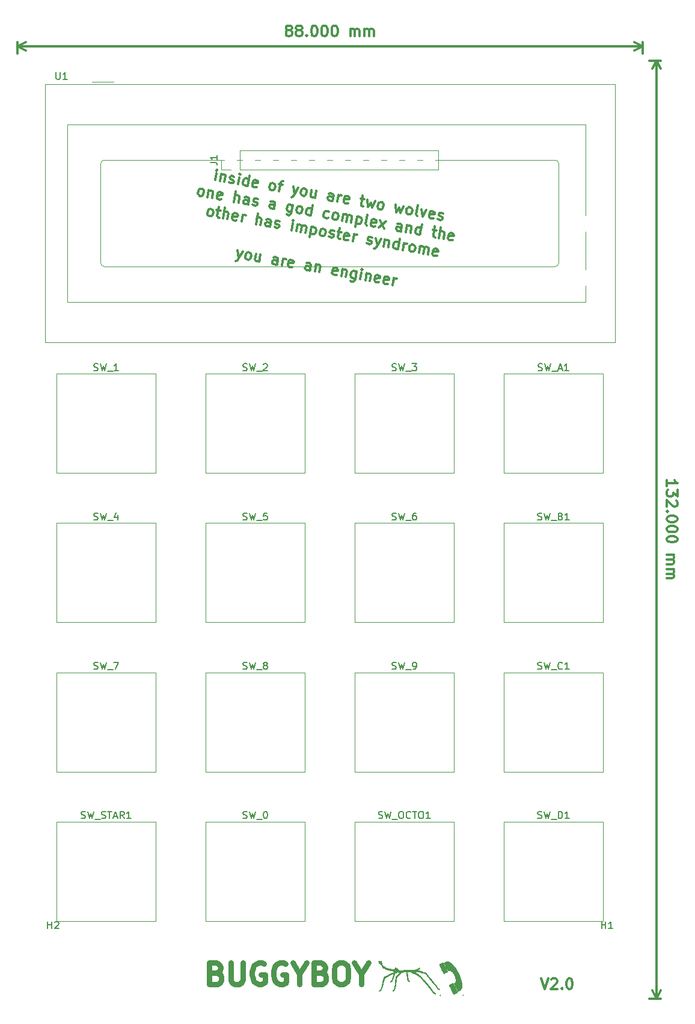
<source format=gto>
%TF.GenerationSoftware,KiCad,Pcbnew,5.0.2+dfsg1-1*%
%TF.CreationDate,2022-01-02T19:08:51-08:00*%
%TF.ProjectId,keypad,6b657970-6164-42e6-9b69-6361645f7063,rev?*%
%TF.SameCoordinates,Original*%
%TF.FileFunction,Legend,Top*%
%TF.FilePolarity,Positive*%
%FSLAX46Y46*%
G04 Gerber Fmt 4.6, Leading zero omitted, Abs format (unit mm)*
G04 Created by KiCad (PCBNEW 5.0.2+dfsg1-1) date Sun 02 Jan 2022 07:08:51 PM PST*
%MOMM*%
%LPD*%
G01*
G04 APERTURE LIST*
%ADD10C,0.300000*%
%ADD11C,0.750000*%
%ADD12C,0.120000*%
%ADD13C,0.010000*%
%ADD14C,0.150000*%
%ADD15C,1.700000*%
%ADD16C,4.000000*%
%ADD17C,2.200000*%
%ADD18R,1.800000X2.600000*%
%ADD19O,1.800000X2.600000*%
%ADD20C,3.000000*%
%ADD21R,1.700000X1.700000*%
%ADD22O,1.700000X1.700000*%
%ADD23C,8.600000*%
%ADD24C,0.900000*%
%ADD25O,1.400000X1.400000*%
%ADD26C,1.400000*%
%ADD27R,1.600000X2.400000*%
%ADD28O,1.600000X2.400000*%
G04 APERTURE END LIST*
D10*
X131799819Y-46830161D02*
X131973467Y-45845353D01*
X132060291Y-45352949D02*
X131977544Y-45410889D01*
X132035484Y-45493636D01*
X132118231Y-45435696D01*
X132060291Y-45352949D01*
X132035484Y-45493636D01*
X132676901Y-45969387D02*
X132503253Y-46954195D01*
X132652094Y-46110074D02*
X132734841Y-46052134D01*
X132887931Y-46006598D01*
X133098961Y-46043808D01*
X133227245Y-46138958D01*
X133272781Y-46292049D01*
X133136343Y-47065826D01*
X133781837Y-47107114D02*
X133910121Y-47202264D01*
X134191494Y-47251878D01*
X134344585Y-47206341D01*
X134439735Y-47078058D01*
X134452138Y-47007714D01*
X134406602Y-46854624D01*
X134278319Y-46759474D01*
X134067288Y-46722264D01*
X133939005Y-46627113D01*
X133893468Y-46474023D01*
X133905872Y-46403680D01*
X134001022Y-46275396D01*
X134154112Y-46229860D01*
X134365143Y-46267070D01*
X134493426Y-46362220D01*
X135035615Y-47400719D02*
X135209264Y-46415911D01*
X135296088Y-45923507D02*
X135213341Y-45981447D01*
X135271281Y-46064194D01*
X135354028Y-46006254D01*
X135296088Y-45923507D01*
X135271281Y-46064194D01*
X136372140Y-47636384D02*
X136632613Y-46159173D01*
X136384544Y-47566041D02*
X136231453Y-47611578D01*
X135950080Y-47561964D01*
X135821796Y-47466813D01*
X135763856Y-47384067D01*
X135718320Y-47230976D01*
X135792741Y-46808916D01*
X135887891Y-46680633D01*
X135970638Y-46622693D01*
X136123728Y-46577156D01*
X136405102Y-46626770D01*
X136533385Y-46721920D01*
X137650725Y-47789303D02*
X137497635Y-47834839D01*
X137216261Y-47785226D01*
X137087978Y-47690075D01*
X137042441Y-47536985D01*
X137141669Y-46974238D01*
X137236819Y-46845954D01*
X137389909Y-46800418D01*
X137671283Y-46850032D01*
X137799566Y-46945182D01*
X137845103Y-47098272D01*
X137820296Y-47238959D01*
X137092055Y-47255612D01*
X139678281Y-48219346D02*
X139549997Y-48124196D01*
X139492057Y-48041449D01*
X139446521Y-47888359D01*
X139520941Y-47466298D01*
X139616092Y-47338015D01*
X139698838Y-47280075D01*
X139851929Y-47234538D01*
X140062959Y-47271749D01*
X140191242Y-47366899D01*
X140249182Y-47449646D01*
X140294719Y-47602736D01*
X140220298Y-48024797D01*
X140125148Y-48153080D01*
X140042401Y-48211020D01*
X139889311Y-48256556D01*
X139678281Y-48219346D01*
X140766393Y-47395783D02*
X141329140Y-47495011D01*
X140803775Y-48417801D02*
X141027037Y-47151620D01*
X141122187Y-47023336D01*
X141275278Y-46977800D01*
X141415964Y-47002607D01*
X142806352Y-47755483D02*
X142984421Y-48802308D01*
X143509786Y-47879517D02*
X142984421Y-48802308D01*
X142781717Y-49129218D01*
X142698970Y-49187158D01*
X142545880Y-49232695D01*
X144109915Y-49000763D02*
X143981632Y-48905613D01*
X143923692Y-48822866D01*
X143878156Y-48669776D01*
X143952576Y-48247715D01*
X144047727Y-48119432D01*
X144130473Y-48061492D01*
X144283564Y-48015955D01*
X144494594Y-48053166D01*
X144622877Y-48148316D01*
X144680817Y-48231063D01*
X144726354Y-48384153D01*
X144651933Y-48806213D01*
X144556783Y-48934497D01*
X144474036Y-48992437D01*
X144320946Y-49037973D01*
X144109915Y-49000763D01*
X146042149Y-48326041D02*
X145868501Y-49310849D01*
X145409058Y-48214410D02*
X145272620Y-48988188D01*
X145318157Y-49141278D01*
X145446440Y-49236428D01*
X145657470Y-49273639D01*
X145810561Y-49228102D01*
X145893308Y-49170162D01*
X148330520Y-49744969D02*
X148466958Y-48971192D01*
X148421421Y-48818102D01*
X148293138Y-48722951D01*
X148011764Y-48673338D01*
X147858674Y-48718874D01*
X148342924Y-49674626D02*
X148189833Y-49720163D01*
X147838116Y-49658145D01*
X147709833Y-49562995D01*
X147664296Y-49409905D01*
X147689103Y-49269218D01*
X147784253Y-49140935D01*
X147937344Y-49095398D01*
X148289061Y-49157415D01*
X148442151Y-49111879D01*
X149033954Y-49869004D02*
X149207602Y-48884196D01*
X149157989Y-49165570D02*
X149253139Y-49037286D01*
X149335886Y-48979346D01*
X149488976Y-48933810D01*
X149629663Y-48958617D01*
X150523569Y-50059133D02*
X150370479Y-50104669D01*
X150089105Y-50055055D01*
X149960822Y-49959905D01*
X149915285Y-49806815D01*
X150014513Y-49244068D01*
X150109663Y-49115784D01*
X150262754Y-49070248D01*
X150544127Y-49119861D01*
X150672411Y-49215012D01*
X150717947Y-49368102D01*
X150693140Y-49508789D01*
X149964899Y-49525441D01*
X152302712Y-49429948D02*
X152865460Y-49529175D01*
X152600567Y-48974754D02*
X152377305Y-50240935D01*
X152422841Y-50394026D01*
X152551125Y-50489176D01*
X152691812Y-50513983D01*
X153217177Y-49591192D02*
X153324902Y-50625614D01*
X153730310Y-49971793D01*
X153887650Y-50724841D01*
X154342671Y-49789647D01*
X154942801Y-50910893D02*
X154814517Y-50815743D01*
X154756577Y-50732996D01*
X154711041Y-50579906D01*
X154785461Y-50157845D01*
X154880612Y-50029562D01*
X154963359Y-49971622D01*
X155116449Y-49926085D01*
X155327479Y-49963295D01*
X155455763Y-50058446D01*
X155513702Y-50141193D01*
X155559239Y-50294283D01*
X155484818Y-50716343D01*
X155389668Y-50844627D01*
X155306921Y-50902567D01*
X155153831Y-50948103D01*
X154942801Y-50910893D01*
X157226751Y-50298188D02*
X157334477Y-51332610D01*
X157739885Y-50678790D01*
X157897224Y-51431837D01*
X158352246Y-50496643D01*
X158952375Y-51617889D02*
X158824092Y-51522739D01*
X158766152Y-51439992D01*
X158720615Y-51286902D01*
X158795036Y-50864841D01*
X158890186Y-50736558D01*
X158972933Y-50678618D01*
X159126023Y-50633081D01*
X159337054Y-50670292D01*
X159465337Y-50765442D01*
X159523277Y-50848189D01*
X159568813Y-51001279D01*
X159494393Y-51423340D01*
X159399242Y-51551623D01*
X159316496Y-51609563D01*
X159163405Y-51655099D01*
X158952375Y-51617889D01*
X160288900Y-51853554D02*
X160160617Y-51758404D01*
X160115080Y-51605314D01*
X160338342Y-50339132D01*
X160884609Y-50943167D02*
X161062677Y-51989992D01*
X161588043Y-51067202D01*
X162552293Y-52180121D02*
X162399202Y-52225658D01*
X162117829Y-52176044D01*
X161989545Y-52080894D01*
X161944009Y-51927803D01*
X162043236Y-51365056D01*
X162138387Y-51236773D01*
X162291477Y-51191236D01*
X162572850Y-51240850D01*
X162701134Y-51336000D01*
X162746670Y-51489090D01*
X162721863Y-51629777D01*
X161993622Y-51646430D01*
X163185383Y-52291752D02*
X163313667Y-52386902D01*
X163595040Y-52436516D01*
X163748131Y-52390980D01*
X163843281Y-52262696D01*
X163855684Y-52192353D01*
X163810148Y-52039263D01*
X163681864Y-51944112D01*
X163470834Y-51906902D01*
X163342551Y-51811752D01*
X163297014Y-51658661D01*
X163309418Y-51588318D01*
X163404568Y-51460035D01*
X163557658Y-51414498D01*
X163768688Y-51451708D01*
X163896972Y-51546859D01*
X129633602Y-49037536D02*
X129505319Y-48942386D01*
X129447379Y-48859639D01*
X129401842Y-48706549D01*
X129476263Y-48284489D01*
X129571413Y-48156205D01*
X129654160Y-48098265D01*
X129807250Y-48052729D01*
X130018280Y-48089939D01*
X130146564Y-48185089D01*
X130204504Y-48267836D01*
X130250040Y-48420926D01*
X130175620Y-48842987D01*
X130080469Y-48971270D01*
X129997722Y-49029210D01*
X129844632Y-49074747D01*
X129633602Y-49037536D01*
X130932745Y-48251184D02*
X130759097Y-49235991D01*
X130907938Y-48391871D02*
X130990685Y-48333931D01*
X131143775Y-48288394D01*
X131354805Y-48325604D01*
X131483089Y-48420755D01*
X131528625Y-48573845D01*
X131392187Y-49347622D01*
X132670772Y-49500541D02*
X132517682Y-49546078D01*
X132236308Y-49496464D01*
X132108025Y-49401313D01*
X132062488Y-49248223D01*
X132161716Y-48685476D01*
X132256866Y-48557193D01*
X132409956Y-48511656D01*
X132691330Y-48561270D01*
X132819613Y-48656420D01*
X132865150Y-48809510D01*
X132840343Y-48950197D01*
X132112102Y-48966850D01*
X134487297Y-49893374D02*
X134747770Y-48416162D01*
X135120388Y-50005005D02*
X135256826Y-49231227D01*
X135211289Y-49078137D01*
X135083006Y-48982987D01*
X134871976Y-48945776D01*
X134718885Y-48991313D01*
X134636139Y-49049253D01*
X136456913Y-50240670D02*
X136593351Y-49466893D01*
X136547814Y-49313802D01*
X136419531Y-49218652D01*
X136138157Y-49169038D01*
X135985067Y-49214575D01*
X136469316Y-50170327D02*
X136316226Y-50215863D01*
X135964509Y-50153846D01*
X135836226Y-50058696D01*
X135790689Y-49905606D01*
X135815496Y-49764919D01*
X135910646Y-49636635D01*
X136063736Y-49591099D01*
X136415454Y-49653116D01*
X136568544Y-49607580D01*
X137102407Y-50281958D02*
X137230690Y-50377108D01*
X137512064Y-50426722D01*
X137665154Y-50381185D01*
X137760305Y-50252902D01*
X137772708Y-50182559D01*
X137727171Y-50029468D01*
X137598888Y-49934318D01*
X137387858Y-49897108D01*
X137259574Y-49801957D01*
X137214038Y-49648867D01*
X137226441Y-49578524D01*
X137321592Y-49450240D01*
X137474682Y-49404704D01*
X137685712Y-49441914D01*
X137813996Y-49537064D01*
X140114770Y-50885649D02*
X140251208Y-50111872D01*
X140205672Y-49958781D01*
X140077388Y-49863631D01*
X139796014Y-49814017D01*
X139642924Y-49859554D01*
X140127174Y-50815306D02*
X139974083Y-50860842D01*
X139622366Y-50798825D01*
X139494083Y-50703675D01*
X139448546Y-50550585D01*
X139473353Y-50409898D01*
X139568504Y-50281614D01*
X139721594Y-50236078D01*
X140073311Y-50298095D01*
X140226401Y-50252558D01*
X142750438Y-50334962D02*
X142539579Y-51530800D01*
X142444429Y-51659083D01*
X142361682Y-51717023D01*
X142208592Y-51762560D01*
X141997562Y-51725349D01*
X141869278Y-51630199D01*
X142589193Y-51249426D02*
X142436103Y-51294963D01*
X142154729Y-51245349D01*
X142026446Y-51150199D01*
X141968506Y-51067452D01*
X141922969Y-50914362D01*
X141997390Y-50492301D01*
X142092540Y-50364018D01*
X142175287Y-50306078D01*
X142328377Y-50260541D01*
X142609751Y-50310155D01*
X142738034Y-50405305D01*
X143491254Y-51481014D02*
X143362971Y-51385864D01*
X143305031Y-51303117D01*
X143259494Y-51150027D01*
X143333915Y-50727966D01*
X143429065Y-50599683D01*
X143511812Y-50541743D01*
X143664902Y-50496207D01*
X143875932Y-50533417D01*
X144004216Y-50628567D01*
X144062156Y-50711314D01*
X144107692Y-50864404D01*
X144033272Y-51286465D01*
X143938121Y-51414748D01*
X143855374Y-51472688D01*
X143702284Y-51518225D01*
X143491254Y-51481014D01*
X145249839Y-51791100D02*
X145510311Y-50313889D01*
X145262243Y-51720757D02*
X145109152Y-51766294D01*
X144827779Y-51716680D01*
X144699495Y-51621529D01*
X144641555Y-51538783D01*
X144596019Y-51385692D01*
X144670439Y-50963632D01*
X144765590Y-50835348D01*
X144848337Y-50777409D01*
X145001427Y-50731872D01*
X145282801Y-50781486D01*
X145411084Y-50876636D01*
X147724262Y-52154877D02*
X147571172Y-52200414D01*
X147289798Y-52150800D01*
X147161515Y-52055650D01*
X147103575Y-51972903D01*
X147058038Y-51819813D01*
X147132459Y-51397752D01*
X147227609Y-51269469D01*
X147310356Y-51211529D01*
X147463446Y-51165992D01*
X147744820Y-51215606D01*
X147873103Y-51310756D01*
X148555979Y-52374062D02*
X148427696Y-52278912D01*
X148369756Y-52196165D01*
X148324220Y-52043075D01*
X148398640Y-51621014D01*
X148493791Y-51492731D01*
X148576537Y-51434791D01*
X148729628Y-51389254D01*
X148940658Y-51426465D01*
X149068941Y-51521615D01*
X149126881Y-51604362D01*
X149172418Y-51757452D01*
X149097997Y-52179513D01*
X149002847Y-52307796D01*
X148920100Y-52365736D01*
X148767010Y-52411272D01*
X148555979Y-52374062D01*
X149681474Y-52572517D02*
X149855122Y-51587709D01*
X149830315Y-51728396D02*
X149913062Y-51670456D01*
X150066152Y-51624920D01*
X150277183Y-51662130D01*
X150405466Y-51757280D01*
X150451003Y-51910371D01*
X150314565Y-52684148D01*
X150451003Y-51910371D02*
X150546153Y-51782087D01*
X150699243Y-51736551D01*
X150910273Y-51773761D01*
X151038557Y-51868911D01*
X151084093Y-52022002D01*
X150947655Y-52795779D01*
X151824738Y-51935006D02*
X151564265Y-53412217D01*
X151812334Y-52005349D02*
X151965425Y-51959813D01*
X152246798Y-52009426D01*
X152375082Y-52104577D01*
X152433022Y-52187324D01*
X152478558Y-52340414D01*
X152404137Y-52762474D01*
X152308987Y-52890758D01*
X152226240Y-52948698D01*
X152073150Y-52994234D01*
X151791776Y-52944620D01*
X151663493Y-52849470D01*
X153198645Y-53192689D02*
X153070361Y-53097539D01*
X153024825Y-52944449D01*
X153248087Y-51678267D01*
X154336543Y-53320801D02*
X154183452Y-53366337D01*
X153902079Y-53316724D01*
X153773795Y-53221573D01*
X153728259Y-53068483D01*
X153827486Y-52505736D01*
X153922637Y-52377452D01*
X154075727Y-52331916D01*
X154357101Y-52381530D01*
X154485384Y-52476680D01*
X154530920Y-52629770D01*
X154506114Y-52770457D01*
X153777873Y-52787109D01*
X154886886Y-53490372D02*
X155834312Y-52642002D01*
X155060535Y-52505564D02*
X155660664Y-53626810D01*
X157981997Y-54036123D02*
X158118434Y-53262346D01*
X158072898Y-53109255D01*
X157944615Y-53014105D01*
X157663241Y-52964491D01*
X157510151Y-53010028D01*
X157994400Y-53965780D02*
X157841310Y-54011316D01*
X157489593Y-53949299D01*
X157361309Y-53854149D01*
X157315773Y-53701059D01*
X157340580Y-53560372D01*
X157435730Y-53432088D01*
X157588820Y-53386552D01*
X157940537Y-53448569D01*
X158093628Y-53403033D01*
X158859079Y-53175350D02*
X158685431Y-54160158D01*
X158834272Y-53316037D02*
X158917019Y-53258097D01*
X159070109Y-53212560D01*
X159281139Y-53249771D01*
X159409423Y-53344921D01*
X159454959Y-53498011D01*
X159318521Y-54271789D01*
X160655046Y-54507454D02*
X160915518Y-53030242D01*
X160667450Y-54437111D02*
X160514359Y-54482647D01*
X160232986Y-54433033D01*
X160104702Y-54337883D01*
X160046762Y-54255136D01*
X160001226Y-54102046D01*
X160075646Y-53679986D01*
X160170797Y-53551702D01*
X160253544Y-53493762D01*
X160406634Y-53448226D01*
X160688008Y-53497839D01*
X160816291Y-53592990D01*
X162446593Y-53807925D02*
X163009340Y-53907153D01*
X162744447Y-53352732D02*
X162521185Y-54618913D01*
X162566722Y-54772004D01*
X162695005Y-54867154D01*
X162835692Y-54891961D01*
X163328096Y-54978785D02*
X163588568Y-53501573D01*
X163961186Y-55090416D02*
X164097624Y-54316638D01*
X164052088Y-54163548D01*
X163923804Y-54068398D01*
X163712774Y-54031187D01*
X163559684Y-54076724D01*
X163476937Y-54134664D01*
X165239771Y-55243334D02*
X165086681Y-55288871D01*
X164805307Y-55239257D01*
X164677024Y-55144107D01*
X164631488Y-54991017D01*
X164730715Y-54428269D01*
X164825865Y-54299986D01*
X164978956Y-54254449D01*
X165260329Y-54304063D01*
X165388613Y-54399213D01*
X165434149Y-54552304D01*
X165409342Y-54692990D01*
X164681101Y-54709643D01*
X130949384Y-51858882D02*
X130821101Y-51763732D01*
X130763161Y-51680985D01*
X130717624Y-51527895D01*
X130792045Y-51105835D01*
X130887195Y-50977551D01*
X130969942Y-50919611D01*
X131123032Y-50874075D01*
X131334063Y-50911285D01*
X131462346Y-51006435D01*
X131520286Y-51089182D01*
X131565823Y-51242272D01*
X131491402Y-51664333D01*
X131396252Y-51792616D01*
X131313505Y-51850556D01*
X131160414Y-51896093D01*
X130949384Y-51858882D01*
X132037497Y-51035319D02*
X132600244Y-51134547D01*
X132335351Y-50580126D02*
X132112089Y-51846307D01*
X132157626Y-51999398D01*
X132285909Y-52094548D01*
X132426596Y-52119355D01*
X132919000Y-52206179D02*
X133179472Y-50728967D01*
X133552090Y-52317810D02*
X133688528Y-51544032D01*
X133642992Y-51390942D01*
X133514708Y-51295792D01*
X133303678Y-51258581D01*
X133150588Y-51304118D01*
X133067841Y-51362058D01*
X134830675Y-52470728D02*
X134677585Y-52516265D01*
X134396211Y-52466651D01*
X134267928Y-52371501D01*
X134222391Y-52218411D01*
X134321619Y-51655663D01*
X134416769Y-51527380D01*
X134569860Y-51481843D01*
X134851233Y-51531457D01*
X134979517Y-51626607D01*
X135025053Y-51779698D01*
X135000246Y-51920384D01*
X134272005Y-51937037D01*
X135521706Y-52665106D02*
X135695354Y-51680298D01*
X135645740Y-51961672D02*
X135740891Y-51833389D01*
X135823638Y-51775449D01*
X135976728Y-51729912D01*
X136117415Y-51754719D01*
X137561665Y-53024806D02*
X137822137Y-51547594D01*
X138194756Y-53136437D02*
X138331193Y-52362659D01*
X138285657Y-52209569D01*
X138157374Y-52114419D01*
X137946343Y-52077209D01*
X137793253Y-52122745D01*
X137710506Y-52180685D01*
X139531280Y-53372102D02*
X139667718Y-52598325D01*
X139622182Y-52445235D01*
X139493898Y-52350084D01*
X139212525Y-52300470D01*
X139059434Y-52346007D01*
X139543684Y-53301759D02*
X139390594Y-53347295D01*
X139038876Y-53285278D01*
X138910593Y-53190128D01*
X138865057Y-53037038D01*
X138889863Y-52896351D01*
X138985014Y-52768067D01*
X139138104Y-52722531D01*
X139489821Y-52784548D01*
X139642911Y-52739012D01*
X140176775Y-53413390D02*
X140305058Y-53508540D01*
X140586432Y-53558154D01*
X140739522Y-53512617D01*
X140834672Y-53384334D01*
X140847076Y-53313991D01*
X140801539Y-53160900D01*
X140673256Y-53065750D01*
X140462225Y-53028540D01*
X140333942Y-52933389D01*
X140288405Y-52780299D01*
X140300809Y-52709956D01*
X140395959Y-52581672D01*
X140549049Y-52536136D01*
X140760080Y-52573346D01*
X140888363Y-52668496D01*
X142556047Y-53905450D02*
X142729695Y-52920643D01*
X142816519Y-52428239D02*
X142733772Y-52486179D01*
X142791712Y-52568925D01*
X142874459Y-52510985D01*
X142816519Y-52428239D01*
X142791712Y-52568925D01*
X143259481Y-54029485D02*
X143433129Y-53044677D01*
X143408322Y-53185364D02*
X143491069Y-53127424D01*
X143644160Y-53081887D01*
X143855190Y-53119098D01*
X143983473Y-53214248D01*
X144029010Y-53367338D01*
X143892572Y-54141116D01*
X144029010Y-53367338D02*
X144124160Y-53239055D01*
X144277250Y-53193518D01*
X144488280Y-53230729D01*
X144616564Y-53325879D01*
X144662100Y-53478969D01*
X144525663Y-54252747D01*
X145402745Y-53391973D02*
X145142273Y-54869185D01*
X145390341Y-53462317D02*
X145543432Y-53416780D01*
X145824805Y-53466394D01*
X145953089Y-53561544D01*
X146011029Y-53644291D01*
X146056565Y-53797381D01*
X145982145Y-54219442D01*
X145886994Y-54347725D01*
X145804247Y-54405665D01*
X145651157Y-54451202D01*
X145369783Y-54401588D01*
X145241500Y-54306438D01*
X146776652Y-54649657D02*
X146648368Y-54554506D01*
X146590428Y-54471760D01*
X146544892Y-54318669D01*
X146619312Y-53896609D01*
X146714463Y-53768325D01*
X146797210Y-53710386D01*
X146950300Y-53664849D01*
X147161330Y-53702059D01*
X147289613Y-53797210D01*
X147347553Y-53879956D01*
X147393090Y-54033047D01*
X147318669Y-54455107D01*
X147223519Y-54583391D01*
X147140772Y-54641331D01*
X146987682Y-54686867D01*
X146776652Y-54649657D01*
X147844206Y-54765365D02*
X147972490Y-54860515D01*
X148253863Y-54910129D01*
X148406954Y-54864592D01*
X148502104Y-54736309D01*
X148514507Y-54665966D01*
X148468971Y-54512875D01*
X148340687Y-54417725D01*
X148129657Y-54380515D01*
X148001374Y-54285365D01*
X147955837Y-54132274D01*
X147968241Y-54061931D01*
X148063391Y-53933647D01*
X148216481Y-53888111D01*
X148427511Y-53925321D01*
X148555795Y-54020472D01*
X149060602Y-54036952D02*
X149623349Y-54136180D01*
X149358457Y-53581759D02*
X149135195Y-54847940D01*
X149180731Y-55001030D01*
X149309014Y-55096181D01*
X149449701Y-55120988D01*
X150517256Y-55236696D02*
X150364166Y-55282232D01*
X150082792Y-55232618D01*
X149954509Y-55137468D01*
X149908972Y-54984378D01*
X150008200Y-54421631D01*
X150103350Y-54293347D01*
X150256440Y-54247811D01*
X150537814Y-54297424D01*
X150666097Y-54392575D01*
X150711634Y-54545665D01*
X150686827Y-54686352D01*
X149958586Y-54703004D01*
X151208287Y-55431074D02*
X151381935Y-54446266D01*
X151332321Y-54727639D02*
X151427471Y-54599356D01*
X151510218Y-54541416D01*
X151663308Y-54495880D01*
X151803995Y-54520686D01*
X153190306Y-55708026D02*
X153318589Y-55803177D01*
X153599963Y-55852791D01*
X153753053Y-55807254D01*
X153848203Y-55678971D01*
X153860607Y-55608627D01*
X153815070Y-55455537D01*
X153686787Y-55360387D01*
X153475756Y-55323176D01*
X153347473Y-55228026D01*
X153301936Y-55074936D01*
X153314340Y-55004592D01*
X153409490Y-54876309D01*
X153562580Y-54830772D01*
X153773611Y-54867983D01*
X153901894Y-54963133D01*
X154477045Y-54992017D02*
X154655114Y-56038842D01*
X155180479Y-55116052D02*
X154655114Y-56038842D01*
X154452410Y-56365752D01*
X154369663Y-56423692D01*
X154216573Y-56469229D01*
X155743226Y-55215279D02*
X155569578Y-56200087D01*
X155718419Y-55355966D02*
X155801166Y-55298026D01*
X155954256Y-55252489D01*
X156165287Y-55289700D01*
X156293570Y-55384850D01*
X156339107Y-55537940D01*
X156202669Y-56311718D01*
X157539194Y-56547383D02*
X157799666Y-55070172D01*
X157551597Y-56477040D02*
X157398507Y-56522576D01*
X157117133Y-56472963D01*
X156988850Y-56377812D01*
X156930910Y-56295065D01*
X156885373Y-56141975D01*
X156959794Y-55719915D01*
X157054944Y-55591631D01*
X157137691Y-55533691D01*
X157290781Y-55488155D01*
X157572155Y-55537769D01*
X157700438Y-55632919D01*
X158242628Y-56671418D02*
X158416276Y-55686610D01*
X158366662Y-55967984D02*
X158461812Y-55839700D01*
X158544559Y-55781760D01*
X158697649Y-55736224D01*
X158838336Y-55761031D01*
X159368122Y-56869873D02*
X159239839Y-56774722D01*
X159181899Y-56691976D01*
X159136362Y-56538885D01*
X159210783Y-56116825D01*
X159305933Y-55988541D01*
X159388680Y-55930602D01*
X159541770Y-55885065D01*
X159752801Y-55922275D01*
X159881084Y-56017426D01*
X159939024Y-56100172D01*
X159984561Y-56253263D01*
X159910140Y-56675323D01*
X159814990Y-56803607D01*
X159732243Y-56861547D01*
X159579152Y-56907083D01*
X159368122Y-56869873D01*
X160493617Y-57068328D02*
X160667265Y-56083520D01*
X160642458Y-56224207D02*
X160725205Y-56166267D01*
X160878295Y-56120730D01*
X161089325Y-56157941D01*
X161217609Y-56253091D01*
X161263145Y-56406181D01*
X161126708Y-57179959D01*
X161263145Y-56406181D02*
X161358296Y-56277898D01*
X161511386Y-56232361D01*
X161722416Y-56269572D01*
X161850700Y-56364722D01*
X161896236Y-56517812D01*
X161759798Y-57291590D01*
X163038383Y-57444508D02*
X162885293Y-57490045D01*
X162603919Y-57440431D01*
X162475636Y-57345281D01*
X162430099Y-57192190D01*
X162529327Y-56629443D01*
X162624477Y-56501160D01*
X162777567Y-56455623D01*
X163058941Y-56505237D01*
X163187224Y-56600387D01*
X163232761Y-56753478D01*
X163207954Y-56894164D01*
X162479713Y-56910817D01*
X134985607Y-56733827D02*
X135163676Y-57780652D01*
X135689041Y-56857861D02*
X135163676Y-57780652D01*
X134960971Y-58107562D01*
X134878225Y-58165502D01*
X134725134Y-58211039D01*
X136289170Y-57979107D02*
X136160887Y-57883957D01*
X136102947Y-57801210D01*
X136057410Y-57648120D01*
X136131831Y-57226059D01*
X136226981Y-57097776D01*
X136309728Y-57039836D01*
X136462818Y-56994299D01*
X136673849Y-57031510D01*
X136802132Y-57126660D01*
X136860072Y-57209407D01*
X136905608Y-57362497D01*
X136831188Y-57784557D01*
X136736037Y-57912841D01*
X136653291Y-57970781D01*
X136500200Y-58016317D01*
X136289170Y-57979107D01*
X138221404Y-57304385D02*
X138047755Y-58289193D01*
X137588313Y-57192754D02*
X137451875Y-57966532D01*
X137497412Y-58119622D01*
X137625695Y-58214772D01*
X137836725Y-58251983D01*
X137989815Y-58206446D01*
X138072562Y-58148506D01*
X140509775Y-58723313D02*
X140646213Y-57949536D01*
X140600676Y-57796446D01*
X140472393Y-57701295D01*
X140191019Y-57651682D01*
X140037929Y-57697218D01*
X140522178Y-58652970D02*
X140369088Y-58698507D01*
X140017371Y-58636489D01*
X139889087Y-58541339D01*
X139843551Y-58388249D01*
X139868358Y-58247562D01*
X139963508Y-58119279D01*
X140116598Y-58073742D01*
X140468315Y-58135759D01*
X140621406Y-58090223D01*
X141213209Y-58847348D02*
X141386857Y-57862540D01*
X141337243Y-58143914D02*
X141432394Y-58015630D01*
X141515140Y-57957690D01*
X141668231Y-57912154D01*
X141808918Y-57936961D01*
X142702824Y-59037477D02*
X142549734Y-59083013D01*
X142268360Y-59033400D01*
X142140077Y-58938249D01*
X142094540Y-58785159D01*
X142193768Y-58222412D01*
X142288918Y-58094128D01*
X142442008Y-58048592D01*
X142723382Y-58098206D01*
X142851665Y-58193356D01*
X142897202Y-58346446D01*
X142872395Y-58487133D01*
X142144154Y-58503785D01*
X145152440Y-59541941D02*
X145288878Y-58768163D01*
X145243341Y-58615073D01*
X145115058Y-58519923D01*
X144833684Y-58470309D01*
X144680594Y-58515845D01*
X145164843Y-59471597D02*
X145011753Y-59517134D01*
X144660036Y-59455117D01*
X144531753Y-59359966D01*
X144486216Y-59206876D01*
X144511023Y-59066189D01*
X144606173Y-58937906D01*
X144759264Y-58892369D01*
X145110981Y-58954386D01*
X145264071Y-58908850D01*
X146029522Y-58681167D02*
X145855874Y-59665975D01*
X146004715Y-58821854D02*
X146087462Y-58763914D01*
X146240552Y-58718378D01*
X146451583Y-58755588D01*
X146579866Y-58850738D01*
X146625403Y-59003828D01*
X146488965Y-59777606D01*
X148893044Y-60128980D02*
X148739954Y-60174516D01*
X148458580Y-60124902D01*
X148330297Y-60029752D01*
X148284760Y-59876662D01*
X148383988Y-59313915D01*
X148479138Y-59185631D01*
X148632228Y-59140095D01*
X148913602Y-59189708D01*
X149041885Y-59284859D01*
X149087422Y-59437949D01*
X149062615Y-59578636D01*
X148334374Y-59595288D01*
X149757723Y-59338550D02*
X149584075Y-60323357D01*
X149732916Y-59479236D02*
X149815663Y-59421297D01*
X149968753Y-59375760D01*
X150179783Y-59412970D01*
X150308067Y-59508121D01*
X150353603Y-59661211D01*
X150217165Y-60434988D01*
X151727338Y-59685846D02*
X151516480Y-60881684D01*
X151421330Y-61009967D01*
X151338583Y-61067907D01*
X151185493Y-61113444D01*
X150974462Y-61076234D01*
X150846179Y-60981083D01*
X151566094Y-60600310D02*
X151413003Y-60645847D01*
X151131630Y-60596233D01*
X151003346Y-60501083D01*
X150945406Y-60418336D01*
X150899870Y-60265246D01*
X150974291Y-59843185D01*
X151069441Y-59714902D01*
X151152188Y-59656962D01*
X151305278Y-59611425D01*
X151586652Y-59661039D01*
X151714935Y-59756189D01*
X152257124Y-60794688D02*
X152430773Y-59809880D01*
X152517597Y-59317477D02*
X152434850Y-59375417D01*
X152492790Y-59458163D01*
X152575537Y-59400223D01*
X152517597Y-59317477D01*
X152492790Y-59458163D01*
X153134207Y-59933915D02*
X152960558Y-60918723D01*
X153109400Y-60074602D02*
X153192147Y-60016662D01*
X153345237Y-59971125D01*
X153556267Y-60008335D01*
X153684551Y-60103486D01*
X153730087Y-60256576D01*
X153593649Y-61030354D01*
X154872234Y-61183272D02*
X154719144Y-61228809D01*
X154437770Y-61179195D01*
X154309487Y-61084045D01*
X154263950Y-60930954D01*
X154363178Y-60368207D01*
X154458328Y-60239924D01*
X154611418Y-60194387D01*
X154892792Y-60244001D01*
X155021075Y-60339151D01*
X155066612Y-60492241D01*
X155041805Y-60632928D01*
X154313564Y-60649581D01*
X156138415Y-61406534D02*
X155985325Y-61452071D01*
X155703952Y-61402457D01*
X155575668Y-61307307D01*
X155530132Y-61154216D01*
X155629359Y-60591469D01*
X155724509Y-60463186D01*
X155877600Y-60417649D01*
X156158973Y-60467263D01*
X156287257Y-60562413D01*
X156332793Y-60715503D01*
X156307986Y-60856190D01*
X155579745Y-60872843D01*
X156829446Y-61600912D02*
X157003094Y-60616104D01*
X156953481Y-60897478D02*
X157048631Y-60769194D01*
X157131378Y-60711254D01*
X157284468Y-60665718D01*
X157425155Y-60690525D01*
X177714285Y-159178571D02*
X178214285Y-160678571D01*
X178714285Y-159178571D01*
X179142857Y-159321428D02*
X179214285Y-159250000D01*
X179357142Y-159178571D01*
X179714285Y-159178571D01*
X179857142Y-159250000D01*
X179928571Y-159321428D01*
X180000000Y-159464285D01*
X180000000Y-159607142D01*
X179928571Y-159821428D01*
X179071428Y-160678571D01*
X180000000Y-160678571D01*
X180642857Y-160535714D02*
X180714285Y-160607142D01*
X180642857Y-160678571D01*
X180571428Y-160607142D01*
X180642857Y-160535714D01*
X180642857Y-160678571D01*
X181642857Y-159178571D02*
X181785714Y-159178571D01*
X181928571Y-159250000D01*
X182000000Y-159321428D01*
X182071428Y-159464285D01*
X182142857Y-159750000D01*
X182142857Y-160107142D01*
X182071428Y-160392857D01*
X182000000Y-160535714D01*
X181928571Y-160607142D01*
X181785714Y-160678571D01*
X181642857Y-160678571D01*
X181500000Y-160607142D01*
X181428571Y-160535714D01*
X181357142Y-160392857D01*
X181285714Y-160107142D01*
X181285714Y-159750000D01*
X181357142Y-159464285D01*
X181428571Y-159321428D01*
X181500000Y-159250000D01*
X181642857Y-159178571D01*
D11*
X132000000Y-158385714D02*
X132428571Y-158528571D01*
X132571428Y-158671428D01*
X132714285Y-158957142D01*
X132714285Y-159385714D01*
X132571428Y-159671428D01*
X132428571Y-159814285D01*
X132142857Y-159957142D01*
X131000000Y-159957142D01*
X131000000Y-156957142D01*
X132000000Y-156957142D01*
X132285714Y-157100000D01*
X132428571Y-157242857D01*
X132571428Y-157528571D01*
X132571428Y-157814285D01*
X132428571Y-158100000D01*
X132285714Y-158242857D01*
X132000000Y-158385714D01*
X131000000Y-158385714D01*
X134000000Y-156957142D02*
X134000000Y-159385714D01*
X134142857Y-159671428D01*
X134285714Y-159814285D01*
X134571428Y-159957142D01*
X135142857Y-159957142D01*
X135428571Y-159814285D01*
X135571428Y-159671428D01*
X135714285Y-159385714D01*
X135714285Y-156957142D01*
X138714285Y-157100000D02*
X138428571Y-156957142D01*
X138000000Y-156957142D01*
X137571428Y-157100000D01*
X137285714Y-157385714D01*
X137142857Y-157671428D01*
X137000000Y-158242857D01*
X137000000Y-158671428D01*
X137142857Y-159242857D01*
X137285714Y-159528571D01*
X137571428Y-159814285D01*
X138000000Y-159957142D01*
X138285714Y-159957142D01*
X138714285Y-159814285D01*
X138857142Y-159671428D01*
X138857142Y-158671428D01*
X138285714Y-158671428D01*
X141714285Y-157100000D02*
X141428571Y-156957142D01*
X141000000Y-156957142D01*
X140571428Y-157100000D01*
X140285714Y-157385714D01*
X140142857Y-157671428D01*
X140000000Y-158242857D01*
X140000000Y-158671428D01*
X140142857Y-159242857D01*
X140285714Y-159528571D01*
X140571428Y-159814285D01*
X141000000Y-159957142D01*
X141285714Y-159957142D01*
X141714285Y-159814285D01*
X141857142Y-159671428D01*
X141857142Y-158671428D01*
X141285714Y-158671428D01*
X143714285Y-158528571D02*
X143714285Y-159957142D01*
X142714285Y-156957142D02*
X143714285Y-158528571D01*
X144714285Y-156957142D01*
X146714285Y-158385714D02*
X147142857Y-158528571D01*
X147285714Y-158671428D01*
X147428571Y-158957142D01*
X147428571Y-159385714D01*
X147285714Y-159671428D01*
X147142857Y-159814285D01*
X146857142Y-159957142D01*
X145714285Y-159957142D01*
X145714285Y-156957142D01*
X146714285Y-156957142D01*
X147000000Y-157100000D01*
X147142857Y-157242857D01*
X147285714Y-157528571D01*
X147285714Y-157814285D01*
X147142857Y-158100000D01*
X147000000Y-158242857D01*
X146714285Y-158385714D01*
X145714285Y-158385714D01*
X149285714Y-156957142D02*
X149857142Y-156957142D01*
X150142857Y-157100000D01*
X150428571Y-157385714D01*
X150571428Y-157957142D01*
X150571428Y-158957142D01*
X150428571Y-159528571D01*
X150142857Y-159814285D01*
X149857142Y-159957142D01*
X149285714Y-159957142D01*
X149000000Y-159814285D01*
X148714285Y-159528571D01*
X148571428Y-158957142D01*
X148571428Y-157957142D01*
X148714285Y-157385714D01*
X149000000Y-157100000D01*
X149285714Y-156957142D01*
X152428571Y-158528571D02*
X152428571Y-159957142D01*
X151428571Y-156957142D02*
X152428571Y-158528571D01*
X153428571Y-156957142D01*
D10*
X195421428Y-89928571D02*
X195421428Y-89071428D01*
X195421428Y-89500000D02*
X196921428Y-89500000D01*
X196707142Y-89357142D01*
X196564285Y-89214285D01*
X196492857Y-89071428D01*
X196921428Y-90428571D02*
X196921428Y-91357142D01*
X196350000Y-90857142D01*
X196350000Y-91071428D01*
X196278571Y-91214285D01*
X196207142Y-91285714D01*
X196064285Y-91357142D01*
X195707142Y-91357142D01*
X195564285Y-91285714D01*
X195492857Y-91214285D01*
X195421428Y-91071428D01*
X195421428Y-90642857D01*
X195492857Y-90500000D01*
X195564285Y-90428571D01*
X196778571Y-91928571D02*
X196850000Y-92000000D01*
X196921428Y-92142857D01*
X196921428Y-92500000D01*
X196850000Y-92642857D01*
X196778571Y-92714285D01*
X196635714Y-92785714D01*
X196492857Y-92785714D01*
X196278571Y-92714285D01*
X195421428Y-91857142D01*
X195421428Y-92785714D01*
X195564285Y-93428571D02*
X195492857Y-93500000D01*
X195421428Y-93428571D01*
X195492857Y-93357142D01*
X195564285Y-93428571D01*
X195421428Y-93428571D01*
X196921428Y-94428571D02*
X196921428Y-94571428D01*
X196850000Y-94714285D01*
X196778571Y-94785714D01*
X196635714Y-94857142D01*
X196350000Y-94928571D01*
X195992857Y-94928571D01*
X195707142Y-94857142D01*
X195564285Y-94785714D01*
X195492857Y-94714285D01*
X195421428Y-94571428D01*
X195421428Y-94428571D01*
X195492857Y-94285714D01*
X195564285Y-94214285D01*
X195707142Y-94142857D01*
X195992857Y-94071428D01*
X196350000Y-94071428D01*
X196635714Y-94142857D01*
X196778571Y-94214285D01*
X196850000Y-94285714D01*
X196921428Y-94428571D01*
X196921428Y-95857142D02*
X196921428Y-96000000D01*
X196850000Y-96142857D01*
X196778571Y-96214285D01*
X196635714Y-96285714D01*
X196350000Y-96357142D01*
X195992857Y-96357142D01*
X195707142Y-96285714D01*
X195564285Y-96214285D01*
X195492857Y-96142857D01*
X195421428Y-96000000D01*
X195421428Y-95857142D01*
X195492857Y-95714285D01*
X195564285Y-95642857D01*
X195707142Y-95571428D01*
X195992857Y-95500000D01*
X196350000Y-95500000D01*
X196635714Y-95571428D01*
X196778571Y-95642857D01*
X196850000Y-95714285D01*
X196921428Y-95857142D01*
X196921428Y-97285714D02*
X196921428Y-97428571D01*
X196850000Y-97571428D01*
X196778571Y-97642857D01*
X196635714Y-97714285D01*
X196350000Y-97785714D01*
X195992857Y-97785714D01*
X195707142Y-97714285D01*
X195564285Y-97642857D01*
X195492857Y-97571428D01*
X195421428Y-97428571D01*
X195421428Y-97285714D01*
X195492857Y-97142857D01*
X195564285Y-97071428D01*
X195707142Y-97000000D01*
X195992857Y-96928571D01*
X196350000Y-96928571D01*
X196635714Y-97000000D01*
X196778571Y-97071428D01*
X196850000Y-97142857D01*
X196921428Y-97285714D01*
X195421428Y-99571428D02*
X196421428Y-99571428D01*
X196278571Y-99571428D02*
X196350000Y-99642857D01*
X196421428Y-99785714D01*
X196421428Y-100000000D01*
X196350000Y-100142857D01*
X196207142Y-100214285D01*
X195421428Y-100214285D01*
X196207142Y-100214285D02*
X196350000Y-100285714D01*
X196421428Y-100428571D01*
X196421428Y-100642857D01*
X196350000Y-100785714D01*
X196207142Y-100857142D01*
X195421428Y-100857142D01*
X195421428Y-101571428D02*
X196421428Y-101571428D01*
X196278571Y-101571428D02*
X196350000Y-101642857D01*
X196421428Y-101785714D01*
X196421428Y-102000000D01*
X196350000Y-102142857D01*
X196207142Y-102214285D01*
X195421428Y-102214285D01*
X196207142Y-102214285D02*
X196350000Y-102285714D01*
X196421428Y-102428571D01*
X196421428Y-102642857D01*
X196350000Y-102785714D01*
X196207142Y-102857142D01*
X195421428Y-102857142D01*
X194000000Y-30000000D02*
X194000000Y-162000000D01*
X193000000Y-30000000D02*
X194586421Y-30000000D01*
X193000000Y-162000000D02*
X194586421Y-162000000D01*
X194000000Y-162000000D02*
X193413579Y-160873496D01*
X194000000Y-162000000D02*
X194586421Y-160873496D01*
X194000000Y-30000000D02*
X193413579Y-31126504D01*
X194000000Y-30000000D02*
X194586421Y-31126504D01*
X142071428Y-25721428D02*
X141928571Y-25650000D01*
X141857142Y-25578571D01*
X141785714Y-25435714D01*
X141785714Y-25364285D01*
X141857142Y-25221428D01*
X141928571Y-25150000D01*
X142071428Y-25078571D01*
X142357142Y-25078571D01*
X142500000Y-25150000D01*
X142571428Y-25221428D01*
X142642857Y-25364285D01*
X142642857Y-25435714D01*
X142571428Y-25578571D01*
X142500000Y-25650000D01*
X142357142Y-25721428D01*
X142071428Y-25721428D01*
X141928571Y-25792857D01*
X141857142Y-25864285D01*
X141785714Y-26007142D01*
X141785714Y-26292857D01*
X141857142Y-26435714D01*
X141928571Y-26507142D01*
X142071428Y-26578571D01*
X142357142Y-26578571D01*
X142500000Y-26507142D01*
X142571428Y-26435714D01*
X142642857Y-26292857D01*
X142642857Y-26007142D01*
X142571428Y-25864285D01*
X142500000Y-25792857D01*
X142357142Y-25721428D01*
X143500000Y-25721428D02*
X143357142Y-25650000D01*
X143285714Y-25578571D01*
X143214285Y-25435714D01*
X143214285Y-25364285D01*
X143285714Y-25221428D01*
X143357142Y-25150000D01*
X143500000Y-25078571D01*
X143785714Y-25078571D01*
X143928571Y-25150000D01*
X144000000Y-25221428D01*
X144071428Y-25364285D01*
X144071428Y-25435714D01*
X144000000Y-25578571D01*
X143928571Y-25650000D01*
X143785714Y-25721428D01*
X143500000Y-25721428D01*
X143357142Y-25792857D01*
X143285714Y-25864285D01*
X143214285Y-26007142D01*
X143214285Y-26292857D01*
X143285714Y-26435714D01*
X143357142Y-26507142D01*
X143500000Y-26578571D01*
X143785714Y-26578571D01*
X143928571Y-26507142D01*
X144000000Y-26435714D01*
X144071428Y-26292857D01*
X144071428Y-26007142D01*
X144000000Y-25864285D01*
X143928571Y-25792857D01*
X143785714Y-25721428D01*
X144714285Y-26435714D02*
X144785714Y-26507142D01*
X144714285Y-26578571D01*
X144642857Y-26507142D01*
X144714285Y-26435714D01*
X144714285Y-26578571D01*
X145714285Y-25078571D02*
X145857142Y-25078571D01*
X146000000Y-25150000D01*
X146071428Y-25221428D01*
X146142857Y-25364285D01*
X146214285Y-25650000D01*
X146214285Y-26007142D01*
X146142857Y-26292857D01*
X146071428Y-26435714D01*
X146000000Y-26507142D01*
X145857142Y-26578571D01*
X145714285Y-26578571D01*
X145571428Y-26507142D01*
X145500000Y-26435714D01*
X145428571Y-26292857D01*
X145357142Y-26007142D01*
X145357142Y-25650000D01*
X145428571Y-25364285D01*
X145500000Y-25221428D01*
X145571428Y-25150000D01*
X145714285Y-25078571D01*
X147142857Y-25078571D02*
X147285714Y-25078571D01*
X147428571Y-25150000D01*
X147500000Y-25221428D01*
X147571428Y-25364285D01*
X147642857Y-25650000D01*
X147642857Y-26007142D01*
X147571428Y-26292857D01*
X147500000Y-26435714D01*
X147428571Y-26507142D01*
X147285714Y-26578571D01*
X147142857Y-26578571D01*
X147000000Y-26507142D01*
X146928571Y-26435714D01*
X146857142Y-26292857D01*
X146785714Y-26007142D01*
X146785714Y-25650000D01*
X146857142Y-25364285D01*
X146928571Y-25221428D01*
X147000000Y-25150000D01*
X147142857Y-25078571D01*
X148571428Y-25078571D02*
X148714285Y-25078571D01*
X148857142Y-25150000D01*
X148928571Y-25221428D01*
X149000000Y-25364285D01*
X149071428Y-25650000D01*
X149071428Y-26007142D01*
X149000000Y-26292857D01*
X148928571Y-26435714D01*
X148857142Y-26507142D01*
X148714285Y-26578571D01*
X148571428Y-26578571D01*
X148428571Y-26507142D01*
X148357142Y-26435714D01*
X148285714Y-26292857D01*
X148214285Y-26007142D01*
X148214285Y-25650000D01*
X148285714Y-25364285D01*
X148357142Y-25221428D01*
X148428571Y-25150000D01*
X148571428Y-25078571D01*
X150857142Y-26578571D02*
X150857142Y-25578571D01*
X150857142Y-25721428D02*
X150928571Y-25650000D01*
X151071428Y-25578571D01*
X151285714Y-25578571D01*
X151428571Y-25650000D01*
X151500000Y-25792857D01*
X151500000Y-26578571D01*
X151500000Y-25792857D02*
X151571428Y-25650000D01*
X151714285Y-25578571D01*
X151928571Y-25578571D01*
X152071428Y-25650000D01*
X152142857Y-25792857D01*
X152142857Y-26578571D01*
X152857142Y-26578571D02*
X152857142Y-25578571D01*
X152857142Y-25721428D02*
X152928571Y-25650000D01*
X153071428Y-25578571D01*
X153285714Y-25578571D01*
X153428571Y-25650000D01*
X153500000Y-25792857D01*
X153500000Y-26578571D01*
X153500000Y-25792857D02*
X153571428Y-25650000D01*
X153714285Y-25578571D01*
X153928571Y-25578571D01*
X154071428Y-25650000D01*
X154142857Y-25792857D01*
X154142857Y-26578571D01*
X104000000Y-28000000D02*
X192000000Y-28000000D01*
X104000000Y-29000000D02*
X104000000Y-27413579D01*
X192000000Y-29000000D02*
X192000000Y-27413579D01*
X192000000Y-28000000D02*
X190873496Y-28586421D01*
X192000000Y-28000000D02*
X190873496Y-27413579D01*
X104000000Y-28000000D02*
X105126504Y-28586421D01*
X104000000Y-28000000D02*
X105126504Y-27413579D01*
D12*
X109475000Y-74095000D02*
X123445000Y-74095000D01*
X123445000Y-74095000D02*
X123445000Y-88065000D01*
X123445000Y-88065000D02*
X109475000Y-88065000D01*
X109475000Y-88065000D02*
X109475000Y-74095000D01*
X111000000Y-64000000D02*
X111000000Y-39000000D01*
X184000000Y-64000000D02*
X111000000Y-64000000D01*
X184000000Y-39000000D02*
X184000000Y-64000000D01*
X111000000Y-39000000D02*
X184000000Y-39000000D01*
X180200000Y-44500000D02*
X180200000Y-58500000D01*
X179700660Y-59000000D02*
X116200000Y-59000000D01*
X115700280Y-58499320D02*
X115700280Y-44500000D01*
X116200000Y-44000000D02*
X179700000Y-44000000D01*
X114500000Y-33000000D02*
X117500000Y-33000000D01*
X107870000Y-33360000D02*
X108660000Y-33360000D01*
X107860000Y-33360000D02*
X107860000Y-69640000D01*
X188140000Y-33360000D02*
X108660000Y-33360000D01*
X188140000Y-69640000D02*
X188140000Y-33360000D01*
X107860000Y-69640000D02*
X188140000Y-69640000D01*
X180200000Y-44500000D02*
G75*
G03X179700000Y-44000000I-500000J0D01*
G01*
X179700660Y-58999700D02*
G75*
G03X180201040Y-58499320I0J500380D01*
G01*
X115700280Y-58499320D02*
G75*
G03X116200660Y-58999700I500380J0D01*
G01*
X116200660Y-43998460D02*
G75*
G03X115700280Y-44498840I0J-500380D01*
G01*
X132670000Y-45330000D02*
X132670000Y-44000000D01*
X134000000Y-45330000D02*
X132670000Y-45330000D01*
X135270000Y-45330000D02*
X135270000Y-42670000D01*
X135270000Y-42670000D02*
X163270000Y-42670000D01*
X135270000Y-45330000D02*
X163270000Y-45330000D01*
X163270000Y-45330000D02*
X163270000Y-42670000D01*
X130475000Y-151065000D02*
X130475000Y-137095000D01*
X144445000Y-151065000D02*
X130475000Y-151065000D01*
X144445000Y-137095000D02*
X144445000Y-151065000D01*
X130475000Y-137095000D02*
X144445000Y-137095000D01*
X130475000Y-74095000D02*
X144445000Y-74095000D01*
X144445000Y-74095000D02*
X144445000Y-88065000D01*
X144445000Y-88065000D02*
X130475000Y-88065000D01*
X130475000Y-88065000D02*
X130475000Y-74095000D01*
X151475000Y-88065000D02*
X151475000Y-74095000D01*
X165445000Y-88065000D02*
X151475000Y-88065000D01*
X165445000Y-74095000D02*
X165445000Y-88065000D01*
X151475000Y-74095000D02*
X165445000Y-74095000D01*
X109475000Y-109065000D02*
X109475000Y-95095000D01*
X123445000Y-109065000D02*
X109475000Y-109065000D01*
X123445000Y-95095000D02*
X123445000Y-109065000D01*
X109475000Y-95095000D02*
X123445000Y-95095000D01*
X130475000Y-109065000D02*
X130475000Y-95095000D01*
X144445000Y-109065000D02*
X130475000Y-109065000D01*
X144445000Y-95095000D02*
X144445000Y-109065000D01*
X130475000Y-95095000D02*
X144445000Y-95095000D01*
X151475000Y-95095000D02*
X165445000Y-95095000D01*
X165445000Y-95095000D02*
X165445000Y-109065000D01*
X165445000Y-109065000D02*
X151475000Y-109065000D01*
X151475000Y-109065000D02*
X151475000Y-95095000D01*
X109475000Y-116095000D02*
X123445000Y-116095000D01*
X123445000Y-116095000D02*
X123445000Y-130065000D01*
X123445000Y-130065000D02*
X109475000Y-130065000D01*
X109475000Y-130065000D02*
X109475000Y-116095000D01*
X130475000Y-130065000D02*
X130475000Y-116095000D01*
X144445000Y-130065000D02*
X130475000Y-130065000D01*
X144445000Y-116095000D02*
X144445000Y-130065000D01*
X130475000Y-116095000D02*
X144445000Y-116095000D01*
X151475000Y-116095000D02*
X165445000Y-116095000D01*
X165445000Y-116095000D02*
X165445000Y-130065000D01*
X165445000Y-130065000D02*
X151475000Y-130065000D01*
X151475000Y-130065000D02*
X151475000Y-116095000D01*
X172475000Y-88065000D02*
X172475000Y-74095000D01*
X186445000Y-88065000D02*
X172475000Y-88065000D01*
X186445000Y-74095000D02*
X186445000Y-88065000D01*
X172475000Y-74095000D02*
X186445000Y-74095000D01*
X172475000Y-109065000D02*
X172475000Y-95095000D01*
X186445000Y-109065000D02*
X172475000Y-109065000D01*
X186445000Y-95095000D02*
X186445000Y-109065000D01*
X172475000Y-95095000D02*
X186445000Y-95095000D01*
X172475000Y-130065000D02*
X172475000Y-116095000D01*
X186445000Y-130065000D02*
X172475000Y-130065000D01*
X186445000Y-116095000D02*
X186445000Y-130065000D01*
X172475000Y-116095000D02*
X186445000Y-116095000D01*
X172475000Y-137095000D02*
X186445000Y-137095000D01*
X186445000Y-137095000D02*
X186445000Y-151065000D01*
X186445000Y-151065000D02*
X172475000Y-151065000D01*
X172475000Y-151065000D02*
X172475000Y-137095000D01*
X151475000Y-137095000D02*
X165445000Y-137095000D01*
X165445000Y-137095000D02*
X165445000Y-151065000D01*
X165445000Y-151065000D02*
X151475000Y-151065000D01*
X151475000Y-151065000D02*
X151475000Y-137095000D01*
X109475000Y-137095000D02*
X123445000Y-137095000D01*
X123445000Y-137095000D02*
X123445000Y-151065000D01*
X123445000Y-151065000D02*
X109475000Y-151065000D01*
X109475000Y-151065000D02*
X109475000Y-137095000D01*
D13*
G36*
X163844507Y-156956091D02*
X163859757Y-156958205D01*
X163876755Y-156960711D01*
X163891331Y-156963214D01*
X163904280Y-156966951D01*
X163916394Y-156973161D01*
X163928468Y-156983082D01*
X163941295Y-156997950D01*
X163955668Y-157019004D01*
X163972381Y-157047481D01*
X163992227Y-157084620D01*
X164015999Y-157131657D01*
X164044492Y-157189831D01*
X164078499Y-157260380D01*
X164118812Y-157344541D01*
X164152395Y-157414689D01*
X164173837Y-157459407D01*
X164199635Y-157513141D01*
X164226540Y-157569129D01*
X164251259Y-157620517D01*
X164275998Y-157672002D01*
X164302825Y-157727983D01*
X164328505Y-157781700D01*
X164349779Y-157826345D01*
X164372754Y-157874588D01*
X164398289Y-157928062D01*
X164422423Y-157978478D01*
X164433481Y-158001517D01*
X164451745Y-158041305D01*
X164468103Y-158080143D01*
X164480223Y-158112340D01*
X164484384Y-158125700D01*
X164490065Y-158150357D01*
X164489854Y-158168035D01*
X164482378Y-158186318D01*
X164469562Y-158207558D01*
X164460546Y-158221198D01*
X164450949Y-158233143D01*
X164438867Y-158244544D01*
X164422396Y-158256554D01*
X164399632Y-158270323D01*
X164368670Y-158287004D01*
X164327607Y-158307748D01*
X164274537Y-158333706D01*
X164207556Y-158366031D01*
X164207344Y-158366133D01*
X164144067Y-158395374D01*
X164093298Y-158415661D01*
X164052713Y-158427356D01*
X164019987Y-158430821D01*
X163992794Y-158426417D01*
X163968809Y-158414508D01*
X163956512Y-158405202D01*
X163933689Y-158380234D01*
X163909727Y-158344275D01*
X163894003Y-158314806D01*
X163878384Y-158282365D01*
X163857708Y-158239434D01*
X163834521Y-158191303D01*
X163811374Y-158143263D01*
X163808488Y-158137276D01*
X163748602Y-158012923D01*
X163696216Y-157903954D01*
X163651156Y-157810007D01*
X163613247Y-157730719D01*
X163589960Y-157681827D01*
X163570368Y-157640791D01*
X163545529Y-157589047D01*
X163517871Y-157531635D01*
X163489820Y-157473594D01*
X163471879Y-157436586D01*
X163448649Y-157388094D01*
X163427876Y-157343521D01*
X163410899Y-157305836D01*
X163399058Y-157278009D01*
X163393751Y-157263268D01*
X163392583Y-157222666D01*
X163407301Y-157182950D01*
X163436323Y-157146337D01*
X163478068Y-157115047D01*
X163511034Y-157098713D01*
X163541938Y-157084820D01*
X163569680Y-157070533D01*
X163582455Y-157062790D01*
X163600244Y-157051710D01*
X163611333Y-157046838D01*
X163611561Y-157046827D01*
X163621255Y-157043223D01*
X163643477Y-157033386D01*
X163675022Y-157018776D01*
X163712682Y-157000855D01*
X163716485Y-156999022D01*
X163758220Y-156979135D01*
X163788084Y-156965983D01*
X163809883Y-156958481D01*
X163827423Y-156955545D01*
X163844507Y-156956091D01*
X163844507Y-156956091D01*
G37*
X163844507Y-156956091D02*
X163859757Y-156958205D01*
X163876755Y-156960711D01*
X163891331Y-156963214D01*
X163904280Y-156966951D01*
X163916394Y-156973161D01*
X163928468Y-156983082D01*
X163941295Y-156997950D01*
X163955668Y-157019004D01*
X163972381Y-157047481D01*
X163992227Y-157084620D01*
X164015999Y-157131657D01*
X164044492Y-157189831D01*
X164078499Y-157260380D01*
X164118812Y-157344541D01*
X164152395Y-157414689D01*
X164173837Y-157459407D01*
X164199635Y-157513141D01*
X164226540Y-157569129D01*
X164251259Y-157620517D01*
X164275998Y-157672002D01*
X164302825Y-157727983D01*
X164328505Y-157781700D01*
X164349779Y-157826345D01*
X164372754Y-157874588D01*
X164398289Y-157928062D01*
X164422423Y-157978478D01*
X164433481Y-158001517D01*
X164451745Y-158041305D01*
X164468103Y-158080143D01*
X164480223Y-158112340D01*
X164484384Y-158125700D01*
X164490065Y-158150357D01*
X164489854Y-158168035D01*
X164482378Y-158186318D01*
X164469562Y-158207558D01*
X164460546Y-158221198D01*
X164450949Y-158233143D01*
X164438867Y-158244544D01*
X164422396Y-158256554D01*
X164399632Y-158270323D01*
X164368670Y-158287004D01*
X164327607Y-158307748D01*
X164274537Y-158333706D01*
X164207556Y-158366031D01*
X164207344Y-158366133D01*
X164144067Y-158395374D01*
X164093298Y-158415661D01*
X164052713Y-158427356D01*
X164019987Y-158430821D01*
X163992794Y-158426417D01*
X163968809Y-158414508D01*
X163956512Y-158405202D01*
X163933689Y-158380234D01*
X163909727Y-158344275D01*
X163894003Y-158314806D01*
X163878384Y-158282365D01*
X163857708Y-158239434D01*
X163834521Y-158191303D01*
X163811374Y-158143263D01*
X163808488Y-158137276D01*
X163748602Y-158012923D01*
X163696216Y-157903954D01*
X163651156Y-157810007D01*
X163613247Y-157730719D01*
X163589960Y-157681827D01*
X163570368Y-157640791D01*
X163545529Y-157589047D01*
X163517871Y-157531635D01*
X163489820Y-157473594D01*
X163471879Y-157436586D01*
X163448649Y-157388094D01*
X163427876Y-157343521D01*
X163410899Y-157305836D01*
X163399058Y-157278009D01*
X163393751Y-157263268D01*
X163392583Y-157222666D01*
X163407301Y-157182950D01*
X163436323Y-157146337D01*
X163478068Y-157115047D01*
X163511034Y-157098713D01*
X163541938Y-157084820D01*
X163569680Y-157070533D01*
X163582455Y-157062790D01*
X163600244Y-157051710D01*
X163611333Y-157046838D01*
X163611561Y-157046827D01*
X163621255Y-157043223D01*
X163643477Y-157033386D01*
X163675022Y-157018776D01*
X163712682Y-157000855D01*
X163716485Y-156999022D01*
X163758220Y-156979135D01*
X163788084Y-156965983D01*
X163809883Y-156958481D01*
X163827423Y-156955545D01*
X163844507Y-156956091D01*
G36*
X164600531Y-156796926D02*
X164677593Y-156814677D01*
X164753432Y-156841686D01*
X164788920Y-156858111D01*
X164818155Y-156874231D01*
X164854545Y-156896367D01*
X164894532Y-156922112D01*
X164934560Y-156949059D01*
X164971072Y-156974802D01*
X165000513Y-156996934D01*
X165019324Y-157013048D01*
X165021842Y-157015729D01*
X165034167Y-157027093D01*
X165054233Y-157043068D01*
X165061310Y-157048336D01*
X165096713Y-157077244D01*
X165140676Y-157117980D01*
X165191238Y-157168367D01*
X165246437Y-157226229D01*
X165304309Y-157289390D01*
X165362893Y-157355672D01*
X165420227Y-157422901D01*
X165474349Y-157488899D01*
X165523295Y-157551490D01*
X165560551Y-157602056D01*
X165586184Y-157638066D01*
X165612180Y-157674485D01*
X165634014Y-157704977D01*
X165639379Y-157712442D01*
X165655548Y-157735723D01*
X165676573Y-157767139D01*
X165700362Y-157803427D01*
X165724823Y-157841324D01*
X165747866Y-157877565D01*
X165767397Y-157908886D01*
X165781325Y-157932026D01*
X165787485Y-157943518D01*
X165794458Y-157955811D01*
X165808045Y-157976184D01*
X165815950Y-157987321D01*
X165830560Y-158009079D01*
X165839507Y-158025466D01*
X165840827Y-158029945D01*
X165845475Y-158042299D01*
X165856710Y-158060747D01*
X165857221Y-158061475D01*
X165874156Y-158087950D01*
X165897256Y-158127715D01*
X165925139Y-158178252D01*
X165956422Y-158237045D01*
X165989723Y-158301575D01*
X165997454Y-158316827D01*
X166018099Y-158357554D01*
X166037163Y-158394895D01*
X166052580Y-158424826D01*
X166062287Y-158443318D01*
X166062562Y-158443827D01*
X166075981Y-158470530D01*
X166094496Y-158510050D01*
X166116616Y-158558971D01*
X166140851Y-158613878D01*
X166165711Y-158671355D01*
X166189705Y-158727988D01*
X166211342Y-158780361D01*
X166229133Y-158825058D01*
X166230732Y-158829207D01*
X166244155Y-158863438D01*
X166256903Y-158894747D01*
X166266262Y-158916469D01*
X166266411Y-158916793D01*
X166274094Y-158935992D01*
X166285886Y-158968578D01*
X166300683Y-159011214D01*
X166317379Y-159060564D01*
X166334872Y-159113290D01*
X166352057Y-159166057D01*
X166367828Y-159215526D01*
X166381083Y-159258363D01*
X166390716Y-159291229D01*
X166392508Y-159297793D01*
X166420888Y-159405879D01*
X166445429Y-159502778D01*
X166465886Y-159587438D01*
X166482016Y-159658808D01*
X166493574Y-159715833D01*
X166500316Y-159757462D01*
X166501323Y-159766379D01*
X166504211Y-159792394D01*
X166508671Y-159828442D01*
X166513793Y-159867213D01*
X166514379Y-159871483D01*
X166521571Y-159925561D01*
X166526684Y-159970282D01*
X166530063Y-160010978D01*
X166532048Y-160052982D01*
X166532982Y-160101629D01*
X166533207Y-160162250D01*
X166533206Y-160164896D01*
X166531658Y-160260013D01*
X166526724Y-160340984D01*
X166517837Y-160410951D01*
X166504430Y-160473056D01*
X166485938Y-160530442D01*
X166461793Y-160586251D01*
X166454677Y-160600582D01*
X166409699Y-160671771D01*
X166348854Y-160740871D01*
X166273773Y-160806553D01*
X166186090Y-160867485D01*
X166087437Y-160922339D01*
X166023220Y-160951970D01*
X165982267Y-160969509D01*
X165973279Y-160946013D01*
X165961426Y-160919553D01*
X165951282Y-160900620D01*
X165941191Y-160881752D01*
X165927019Y-160852946D01*
X165911758Y-160820292D01*
X165911115Y-160818878D01*
X165897895Y-160790282D01*
X165879017Y-160750160D01*
X165856487Y-160702741D01*
X165832309Y-160652252D01*
X165817636Y-160621809D01*
X165756215Y-160494575D01*
X165700270Y-160378351D01*
X165647538Y-160268428D01*
X165595758Y-160160100D01*
X165591778Y-160151758D01*
X165568092Y-160102135D01*
X165543835Y-160051365D01*
X165521483Y-160004626D01*
X165503512Y-159967096D01*
X165499662Y-159959069D01*
X165479369Y-159916068D01*
X165466397Y-159886086D01*
X165460096Y-159866543D01*
X165459819Y-159854859D01*
X165464917Y-159848451D01*
X165471202Y-159845766D01*
X165490040Y-159834688D01*
X165515524Y-159813013D01*
X165544148Y-159784418D01*
X165572407Y-159752582D01*
X165596793Y-159721183D01*
X165611028Y-159699082D01*
X165640425Y-159634301D01*
X165662803Y-159558811D01*
X165671097Y-159516758D01*
X165674578Y-159482994D01*
X165676594Y-159436704D01*
X165677214Y-159382741D01*
X165676508Y-159325962D01*
X165674548Y-159271222D01*
X165671403Y-159223375D01*
X165667143Y-159187276D01*
X165666254Y-159182351D01*
X165653239Y-159117288D01*
X165641504Y-159063256D01*
X165629705Y-159015405D01*
X165616499Y-158968887D01*
X165600540Y-158918853D01*
X165580487Y-158860454D01*
X165564747Y-158816069D01*
X165547190Y-158771607D01*
X165523427Y-158717886D01*
X165496203Y-158660705D01*
X165468261Y-158605862D01*
X165446592Y-158566448D01*
X165431945Y-158540931D01*
X165419501Y-158519132D01*
X165416533Y-158513896D01*
X165406718Y-158497882D01*
X165390567Y-158472858D01*
X165371923Y-158444762D01*
X165352392Y-158415674D01*
X165335061Y-158389778D01*
X165324069Y-158373264D01*
X165303244Y-158345459D01*
X165273155Y-158309975D01*
X165237547Y-158270864D01*
X165200165Y-158232177D01*
X165164754Y-158197965D01*
X165148896Y-158183750D01*
X165059856Y-158114449D01*
X164972271Y-158061860D01*
X164886469Y-158026082D01*
X164802778Y-158007211D01*
X164721527Y-158005346D01*
X164643043Y-158020582D01*
X164622571Y-158027565D01*
X164582350Y-158042577D01*
X164555093Y-157989202D01*
X164538735Y-157956400D01*
X164523715Y-157924988D01*
X164514775Y-157905172D01*
X164502364Y-157878044D01*
X164489992Y-157853862D01*
X164489295Y-157852620D01*
X164478724Y-157832533D01*
X164464606Y-157803907D01*
X164454489Y-157782552D01*
X164443140Y-157758402D01*
X164425996Y-157722267D01*
X164404865Y-157677939D01*
X164381556Y-157629215D01*
X164364775Y-157594241D01*
X164339685Y-157541960D01*
X164314215Y-157488783D01*
X164290582Y-157439347D01*
X164271002Y-157398288D01*
X164262148Y-157379655D01*
X164246042Y-157345842D01*
X164224524Y-157300890D01*
X164199815Y-157249427D01*
X164174135Y-157196081D01*
X164159173Y-157165069D01*
X164126207Y-157096748D01*
X164100161Y-157042617D01*
X164080300Y-157001109D01*
X164065888Y-156970657D01*
X164056190Y-156949695D01*
X164050470Y-156936657D01*
X164047992Y-156929977D01*
X164047892Y-156928123D01*
X164066473Y-156918118D01*
X164095836Y-156904270D01*
X164132226Y-156888141D01*
X164171890Y-156871291D01*
X164211071Y-156855282D01*
X164246016Y-156841674D01*
X164272970Y-156832030D01*
X164288178Y-156827911D01*
X164289014Y-156827862D01*
X164302205Y-156825152D01*
X164326286Y-156818099D01*
X164351656Y-156809722D01*
X164379889Y-156800894D01*
X164401419Y-156795900D01*
X164410812Y-156795676D01*
X164422709Y-156796772D01*
X164445616Y-156795041D01*
X164461344Y-156792901D01*
X164526899Y-156789359D01*
X164600531Y-156796926D01*
X164600531Y-156796926D01*
G37*
X164600531Y-156796926D02*
X164677593Y-156814677D01*
X164753432Y-156841686D01*
X164788920Y-156858111D01*
X164818155Y-156874231D01*
X164854545Y-156896367D01*
X164894532Y-156922112D01*
X164934560Y-156949059D01*
X164971072Y-156974802D01*
X165000513Y-156996934D01*
X165019324Y-157013048D01*
X165021842Y-157015729D01*
X165034167Y-157027093D01*
X165054233Y-157043068D01*
X165061310Y-157048336D01*
X165096713Y-157077244D01*
X165140676Y-157117980D01*
X165191238Y-157168367D01*
X165246437Y-157226229D01*
X165304309Y-157289390D01*
X165362893Y-157355672D01*
X165420227Y-157422901D01*
X165474349Y-157488899D01*
X165523295Y-157551490D01*
X165560551Y-157602056D01*
X165586184Y-157638066D01*
X165612180Y-157674485D01*
X165634014Y-157704977D01*
X165639379Y-157712442D01*
X165655548Y-157735723D01*
X165676573Y-157767139D01*
X165700362Y-157803427D01*
X165724823Y-157841324D01*
X165747866Y-157877565D01*
X165767397Y-157908886D01*
X165781325Y-157932026D01*
X165787485Y-157943518D01*
X165794458Y-157955811D01*
X165808045Y-157976184D01*
X165815950Y-157987321D01*
X165830560Y-158009079D01*
X165839507Y-158025466D01*
X165840827Y-158029945D01*
X165845475Y-158042299D01*
X165856710Y-158060747D01*
X165857221Y-158061475D01*
X165874156Y-158087950D01*
X165897256Y-158127715D01*
X165925139Y-158178252D01*
X165956422Y-158237045D01*
X165989723Y-158301575D01*
X165997454Y-158316827D01*
X166018099Y-158357554D01*
X166037163Y-158394895D01*
X166052580Y-158424826D01*
X166062287Y-158443318D01*
X166062562Y-158443827D01*
X166075981Y-158470530D01*
X166094496Y-158510050D01*
X166116616Y-158558971D01*
X166140851Y-158613878D01*
X166165711Y-158671355D01*
X166189705Y-158727988D01*
X166211342Y-158780361D01*
X166229133Y-158825058D01*
X166230732Y-158829207D01*
X166244155Y-158863438D01*
X166256903Y-158894747D01*
X166266262Y-158916469D01*
X166266411Y-158916793D01*
X166274094Y-158935992D01*
X166285886Y-158968578D01*
X166300683Y-159011214D01*
X166317379Y-159060564D01*
X166334872Y-159113290D01*
X166352057Y-159166057D01*
X166367828Y-159215526D01*
X166381083Y-159258363D01*
X166390716Y-159291229D01*
X166392508Y-159297793D01*
X166420888Y-159405879D01*
X166445429Y-159502778D01*
X166465886Y-159587438D01*
X166482016Y-159658808D01*
X166493574Y-159715833D01*
X166500316Y-159757462D01*
X166501323Y-159766379D01*
X166504211Y-159792394D01*
X166508671Y-159828442D01*
X166513793Y-159867213D01*
X166514379Y-159871483D01*
X166521571Y-159925561D01*
X166526684Y-159970282D01*
X166530063Y-160010978D01*
X166532048Y-160052982D01*
X166532982Y-160101629D01*
X166533207Y-160162250D01*
X166533206Y-160164896D01*
X166531658Y-160260013D01*
X166526724Y-160340984D01*
X166517837Y-160410951D01*
X166504430Y-160473056D01*
X166485938Y-160530442D01*
X166461793Y-160586251D01*
X166454677Y-160600582D01*
X166409699Y-160671771D01*
X166348854Y-160740871D01*
X166273773Y-160806553D01*
X166186090Y-160867485D01*
X166087437Y-160922339D01*
X166023220Y-160951970D01*
X165982267Y-160969509D01*
X165973279Y-160946013D01*
X165961426Y-160919553D01*
X165951282Y-160900620D01*
X165941191Y-160881752D01*
X165927019Y-160852946D01*
X165911758Y-160820292D01*
X165911115Y-160818878D01*
X165897895Y-160790282D01*
X165879017Y-160750160D01*
X165856487Y-160702741D01*
X165832309Y-160652252D01*
X165817636Y-160621809D01*
X165756215Y-160494575D01*
X165700270Y-160378351D01*
X165647538Y-160268428D01*
X165595758Y-160160100D01*
X165591778Y-160151758D01*
X165568092Y-160102135D01*
X165543835Y-160051365D01*
X165521483Y-160004626D01*
X165503512Y-159967096D01*
X165499662Y-159959069D01*
X165479369Y-159916068D01*
X165466397Y-159886086D01*
X165460096Y-159866543D01*
X165459819Y-159854859D01*
X165464917Y-159848451D01*
X165471202Y-159845766D01*
X165490040Y-159834688D01*
X165515524Y-159813013D01*
X165544148Y-159784418D01*
X165572407Y-159752582D01*
X165596793Y-159721183D01*
X165611028Y-159699082D01*
X165640425Y-159634301D01*
X165662803Y-159558811D01*
X165671097Y-159516758D01*
X165674578Y-159482994D01*
X165676594Y-159436704D01*
X165677214Y-159382741D01*
X165676508Y-159325962D01*
X165674548Y-159271222D01*
X165671403Y-159223375D01*
X165667143Y-159187276D01*
X165666254Y-159182351D01*
X165653239Y-159117288D01*
X165641504Y-159063256D01*
X165629705Y-159015405D01*
X165616499Y-158968887D01*
X165600540Y-158918853D01*
X165580487Y-158860454D01*
X165564747Y-158816069D01*
X165547190Y-158771607D01*
X165523427Y-158717886D01*
X165496203Y-158660705D01*
X165468261Y-158605862D01*
X165446592Y-158566448D01*
X165431945Y-158540931D01*
X165419501Y-158519132D01*
X165416533Y-158513896D01*
X165406718Y-158497882D01*
X165390567Y-158472858D01*
X165371923Y-158444762D01*
X165352392Y-158415674D01*
X165335061Y-158389778D01*
X165324069Y-158373264D01*
X165303244Y-158345459D01*
X165273155Y-158309975D01*
X165237547Y-158270864D01*
X165200165Y-158232177D01*
X165164754Y-158197965D01*
X165148896Y-158183750D01*
X165059856Y-158114449D01*
X164972271Y-158061860D01*
X164886469Y-158026082D01*
X164802778Y-158007211D01*
X164721527Y-158005346D01*
X164643043Y-158020582D01*
X164622571Y-158027565D01*
X164582350Y-158042577D01*
X164555093Y-157989202D01*
X164538735Y-157956400D01*
X164523715Y-157924988D01*
X164514775Y-157905172D01*
X164502364Y-157878044D01*
X164489992Y-157853862D01*
X164489295Y-157852620D01*
X164478724Y-157832533D01*
X164464606Y-157803907D01*
X164454489Y-157782552D01*
X164443140Y-157758402D01*
X164425996Y-157722267D01*
X164404865Y-157677939D01*
X164381556Y-157629215D01*
X164364775Y-157594241D01*
X164339685Y-157541960D01*
X164314215Y-157488783D01*
X164290582Y-157439347D01*
X164271002Y-157398288D01*
X164262148Y-157379655D01*
X164246042Y-157345842D01*
X164224524Y-157300890D01*
X164199815Y-157249427D01*
X164174135Y-157196081D01*
X164159173Y-157165069D01*
X164126207Y-157096748D01*
X164100161Y-157042617D01*
X164080300Y-157001109D01*
X164065888Y-156970657D01*
X164056190Y-156949695D01*
X164050470Y-156936657D01*
X164047992Y-156929977D01*
X164047892Y-156928123D01*
X164066473Y-156918118D01*
X164095836Y-156904270D01*
X164132226Y-156888141D01*
X164171890Y-156871291D01*
X164211071Y-156855282D01*
X164246016Y-156841674D01*
X164272970Y-156832030D01*
X164288178Y-156827911D01*
X164289014Y-156827862D01*
X164302205Y-156825152D01*
X164326286Y-156818099D01*
X164351656Y-156809722D01*
X164379889Y-156800894D01*
X164401419Y-156795900D01*
X164410812Y-156795676D01*
X164422709Y-156796772D01*
X164445616Y-156795041D01*
X164461344Y-156792901D01*
X164526899Y-156789359D01*
X164600531Y-156796926D01*
G36*
X165284918Y-159868431D02*
X165301607Y-159875589D01*
X165319303Y-159885015D01*
X165333197Y-159895720D01*
X165345774Y-159911001D01*
X165359520Y-159934158D01*
X165376922Y-159968489D01*
X165386526Y-159988296D01*
X165431912Y-160082551D01*
X165476761Y-160175883D01*
X165520049Y-160266151D01*
X165560753Y-160351214D01*
X165597848Y-160428928D01*
X165630310Y-160497151D01*
X165657117Y-160553743D01*
X165676079Y-160594069D01*
X165692975Y-160629608D01*
X165708581Y-160661381D01*
X165720426Y-160684397D01*
X165723781Y-160690414D01*
X165736376Y-160713841D01*
X165749500Y-160741090D01*
X165750342Y-160742965D01*
X165759305Y-160762512D01*
X165773899Y-160793713D01*
X165792176Y-160832430D01*
X165812189Y-160874523D01*
X165814195Y-160878724D01*
X165840770Y-160935319D01*
X165860038Y-160979030D01*
X165872864Y-161012466D01*
X165880113Y-161038238D01*
X165882651Y-161058955D01*
X165881341Y-161077227D01*
X165880878Y-161079855D01*
X165875006Y-161101495D01*
X165864809Y-161120599D01*
X165848216Y-161138804D01*
X165823157Y-161157747D01*
X165787562Y-161179065D01*
X165739361Y-161204395D01*
X165696561Y-161225610D01*
X165650780Y-161247798D01*
X165610398Y-161267033D01*
X165578056Y-161282086D01*
X165556391Y-161291726D01*
X165548187Y-161294758D01*
X165536955Y-161299396D01*
X165519072Y-161310633D01*
X165518010Y-161311384D01*
X165494279Y-161322006D01*
X165460182Y-161330094D01*
X165422813Y-161334558D01*
X165389264Y-161334304D01*
X165379109Y-161332768D01*
X165368083Y-161328907D01*
X165356691Y-161321185D01*
X165344217Y-161308348D01*
X165329947Y-161289141D01*
X165313165Y-161262308D01*
X165293157Y-161226595D01*
X165269207Y-161180747D01*
X165240600Y-161123509D01*
X165206622Y-161053625D01*
X165166556Y-160969842D01*
X165137879Y-160909379D01*
X165119139Y-160869928D01*
X165095530Y-160820446D01*
X165069799Y-160766678D01*
X165044692Y-160714370D01*
X165039487Y-160703552D01*
X165012831Y-160648159D01*
X164982939Y-160586029D01*
X164953328Y-160524476D01*
X164927515Y-160470808D01*
X164925717Y-160467069D01*
X164901237Y-160416188D01*
X164874867Y-160361412D01*
X164849747Y-160309263D01*
X164829018Y-160266265D01*
X164828707Y-160265620D01*
X164805284Y-160213262D01*
X164791615Y-160171754D01*
X164787313Y-160137661D01*
X164791996Y-160107546D01*
X164805278Y-160077975D01*
X164807312Y-160074500D01*
X164818792Y-160058303D01*
X164834068Y-160044047D01*
X164856512Y-160029431D01*
X164889498Y-160012152D01*
X164920214Y-159997452D01*
X164958401Y-159979446D01*
X164991817Y-159963513D01*
X165016634Y-159951489D01*
X165028465Y-159945521D01*
X165052948Y-159932349D01*
X165073824Y-159921697D01*
X165097474Y-159910435D01*
X165130278Y-159895429D01*
X165133273Y-159894071D01*
X165182608Y-159873706D01*
X165221632Y-159862941D01*
X165254388Y-159861330D01*
X165284918Y-159868431D01*
X165284918Y-159868431D01*
G37*
X165284918Y-159868431D02*
X165301607Y-159875589D01*
X165319303Y-159885015D01*
X165333197Y-159895720D01*
X165345774Y-159911001D01*
X165359520Y-159934158D01*
X165376922Y-159968489D01*
X165386526Y-159988296D01*
X165431912Y-160082551D01*
X165476761Y-160175883D01*
X165520049Y-160266151D01*
X165560753Y-160351214D01*
X165597848Y-160428928D01*
X165630310Y-160497151D01*
X165657117Y-160553743D01*
X165676079Y-160594069D01*
X165692975Y-160629608D01*
X165708581Y-160661381D01*
X165720426Y-160684397D01*
X165723781Y-160690414D01*
X165736376Y-160713841D01*
X165749500Y-160741090D01*
X165750342Y-160742965D01*
X165759305Y-160762512D01*
X165773899Y-160793713D01*
X165792176Y-160832430D01*
X165812189Y-160874523D01*
X165814195Y-160878724D01*
X165840770Y-160935319D01*
X165860038Y-160979030D01*
X165872864Y-161012466D01*
X165880113Y-161038238D01*
X165882651Y-161058955D01*
X165881341Y-161077227D01*
X165880878Y-161079855D01*
X165875006Y-161101495D01*
X165864809Y-161120599D01*
X165848216Y-161138804D01*
X165823157Y-161157747D01*
X165787562Y-161179065D01*
X165739361Y-161204395D01*
X165696561Y-161225610D01*
X165650780Y-161247798D01*
X165610398Y-161267033D01*
X165578056Y-161282086D01*
X165556391Y-161291726D01*
X165548187Y-161294758D01*
X165536955Y-161299396D01*
X165519072Y-161310633D01*
X165518010Y-161311384D01*
X165494279Y-161322006D01*
X165460182Y-161330094D01*
X165422813Y-161334558D01*
X165389264Y-161334304D01*
X165379109Y-161332768D01*
X165368083Y-161328907D01*
X165356691Y-161321185D01*
X165344217Y-161308348D01*
X165329947Y-161289141D01*
X165313165Y-161262308D01*
X165293157Y-161226595D01*
X165269207Y-161180747D01*
X165240600Y-161123509D01*
X165206622Y-161053625D01*
X165166556Y-160969842D01*
X165137879Y-160909379D01*
X165119139Y-160869928D01*
X165095530Y-160820446D01*
X165069799Y-160766678D01*
X165044692Y-160714370D01*
X165039487Y-160703552D01*
X165012831Y-160648159D01*
X164982939Y-160586029D01*
X164953328Y-160524476D01*
X164927515Y-160470808D01*
X164925717Y-160467069D01*
X164901237Y-160416188D01*
X164874867Y-160361412D01*
X164849747Y-160309263D01*
X164829018Y-160266265D01*
X164828707Y-160265620D01*
X164805284Y-160213262D01*
X164791615Y-160171754D01*
X164787313Y-160137661D01*
X164791996Y-160107546D01*
X164805278Y-160077975D01*
X164807312Y-160074500D01*
X164818792Y-160058303D01*
X164834068Y-160044047D01*
X164856512Y-160029431D01*
X164889498Y-160012152D01*
X164920214Y-159997452D01*
X164958401Y-159979446D01*
X164991817Y-159963513D01*
X165016634Y-159951489D01*
X165028465Y-159945521D01*
X165052948Y-159932349D01*
X165073824Y-159921697D01*
X165097474Y-159910435D01*
X165130278Y-159895429D01*
X165133273Y-159894071D01*
X165182608Y-159873706D01*
X165221632Y-159862941D01*
X165254388Y-159861330D01*
X165284918Y-159868431D01*
G36*
X166750194Y-161454603D02*
X166751724Y-161496207D01*
X166710120Y-161494676D01*
X166668517Y-161493146D01*
X166705261Y-161489817D01*
X166728479Y-161486754D01*
X166739601Y-161479611D01*
X166744000Y-161463015D01*
X166745334Y-161449744D01*
X166748663Y-161413000D01*
X166750194Y-161454603D01*
X166750194Y-161454603D01*
G37*
X166750194Y-161454603D02*
X166751724Y-161496207D01*
X166710120Y-161494676D01*
X166668517Y-161493146D01*
X166705261Y-161489817D01*
X166728479Y-161486754D01*
X166739601Y-161479611D01*
X166744000Y-161463015D01*
X166745334Y-161449744D01*
X166748663Y-161413000D01*
X166750194Y-161454603D01*
G36*
X154886123Y-156661176D02*
X154916877Y-156683102D01*
X154948655Y-156715092D01*
X154966259Y-156737534D01*
X154992474Y-156772231D01*
X155022297Y-156808856D01*
X155032511Y-156820680D01*
X155068457Y-156861320D01*
X155061974Y-156794583D01*
X155061534Y-156737727D01*
X155072067Y-156694422D01*
X155092973Y-156666403D01*
X155109096Y-156658000D01*
X155123370Y-156654832D01*
X155135451Y-156656729D01*
X155146361Y-156665835D01*
X155157122Y-156684292D01*
X155168755Y-156714242D01*
X155182284Y-156757830D01*
X155198730Y-156817197D01*
X155215758Y-156881640D01*
X155244633Y-156980079D01*
X155278767Y-157072036D01*
X155320662Y-157163119D01*
X155372821Y-157258936D01*
X155416377Y-157331180D01*
X155448637Y-157381603D01*
X155473292Y-157416518D01*
X155492304Y-157438343D01*
X155507633Y-157449496D01*
X155514162Y-157451747D01*
X155541908Y-157458246D01*
X155559146Y-157462657D01*
X155575067Y-157471338D01*
X155601391Y-157490079D01*
X155633360Y-157515408D01*
X155645506Y-157525619D01*
X155680785Y-157555194D01*
X155714306Y-157582328D01*
X155740101Y-157602214D01*
X155744982Y-157605728D01*
X155773942Y-157621708D01*
X155818697Y-157641091D01*
X155875286Y-157662533D01*
X155939748Y-157684686D01*
X156008121Y-157706206D01*
X156076443Y-157725747D01*
X156140753Y-157741962D01*
X156156255Y-157745451D01*
X156209762Y-157757848D01*
X156261001Y-157770955D01*
X156303984Y-157783167D01*
X156331664Y-157792456D01*
X156366376Y-157802560D01*
X156414205Y-157811720D01*
X156467947Y-157818632D01*
X156484064Y-157820066D01*
X156532080Y-157825178D01*
X156575063Y-157832127D01*
X156606995Y-157839838D01*
X156617480Y-157843917D01*
X156655211Y-157859132D01*
X156706294Y-157874111D01*
X156763804Y-157887327D01*
X156820813Y-157897250D01*
X156870396Y-157902354D01*
X156883979Y-157902720D01*
X156942450Y-157907613D01*
X156988196Y-157922976D01*
X156988319Y-157923040D01*
X157015940Y-157935602D01*
X157037444Y-157942741D01*
X157042057Y-157943360D01*
X157051776Y-157933511D01*
X157055458Y-157925097D01*
X157197446Y-157925097D01*
X157198955Y-157942314D01*
X157210895Y-157952511D01*
X157234305Y-157959666D01*
X157250140Y-157963236D01*
X157284533Y-157971713D01*
X157312144Y-157980084D01*
X157323600Y-157984819D01*
X157348149Y-157992600D01*
X157376098Y-157993320D01*
X157399200Y-157987557D01*
X157408578Y-157978857D01*
X157406875Y-157966465D01*
X157393584Y-157947447D01*
X157367406Y-157920434D01*
X157327042Y-157884059D01*
X157283612Y-157847255D01*
X157238545Y-157809732D01*
X157221577Y-157853686D01*
X157205333Y-157896880D01*
X157197446Y-157925097D01*
X157055458Y-157925097D01*
X157064405Y-157904659D01*
X157079516Y-157857845D01*
X157084812Y-157839220D01*
X157098902Y-157790547D01*
X157113345Y-157744309D01*
X157126025Y-157707121D01*
X157131937Y-157691833D01*
X157154037Y-157654851D01*
X157180744Y-157634944D01*
X157209815Y-157633474D01*
X157220879Y-157637960D01*
X157245569Y-157653593D01*
X157281400Y-157679307D01*
X157324218Y-157711803D01*
X157369871Y-157747781D01*
X157414208Y-157783943D01*
X157453075Y-157816988D01*
X157482321Y-157843618D01*
X157491785Y-157853221D01*
X157518986Y-157879867D01*
X157545463Y-157901261D01*
X157559502Y-157909776D01*
X157580300Y-157925615D01*
X157602898Y-157952126D01*
X157612925Y-157967444D01*
X157627965Y-157991718D01*
X157641570Y-158005938D01*
X157660048Y-158013622D01*
X157689704Y-158018287D01*
X157707620Y-158020258D01*
X157740671Y-158022171D01*
X157789011Y-158022847D01*
X157847652Y-158022318D01*
X157911602Y-158020614D01*
X157958556Y-158018659D01*
X158023374Y-158015823D01*
X158086629Y-158013617D01*
X158143290Y-158012173D01*
X158188324Y-158011629D01*
X158210767Y-158011871D01*
X158265772Y-158009713D01*
X158329023Y-158001214D01*
X158368247Y-157993189D01*
X158483630Y-157968241D01*
X158580736Y-157952071D01*
X158659614Y-157944680D01*
X158720311Y-157946066D01*
X158762876Y-157956228D01*
X158787358Y-157975166D01*
X158791989Y-157984849D01*
X158806464Y-158001046D01*
X158820344Y-158004205D01*
X158847221Y-158003368D01*
X158891163Y-158001180D01*
X158948974Y-157997862D01*
X159017461Y-157993633D01*
X159093428Y-157988714D01*
X159173682Y-157983324D01*
X159255027Y-157977684D01*
X159334269Y-157972014D01*
X159408213Y-157966533D01*
X159473664Y-157961462D01*
X159527429Y-157957020D01*
X159566312Y-157953428D01*
X159580465Y-157951861D01*
X159634695Y-157946141D01*
X159674052Y-157944770D01*
X159703509Y-157947719D01*
X159717137Y-157951127D01*
X159751275Y-157957529D01*
X159775138Y-157951925D01*
X159798737Y-157946375D01*
X159833093Y-157946413D01*
X159844210Y-157947604D01*
X159882671Y-157949518D01*
X159914190Y-157941807D01*
X159931535Y-157933484D01*
X159965527Y-157920025D01*
X160000327Y-157913121D01*
X160006323Y-157912879D01*
X160050484Y-157907382D01*
X160107281Y-157892090D01*
X160172663Y-157868804D01*
X160242578Y-157839324D01*
X160312975Y-157805453D01*
X160379804Y-157768989D01*
X160439014Y-157731735D01*
X160476660Y-157703809D01*
X160518390Y-157672771D01*
X160549178Y-157656243D01*
X160568242Y-157654511D01*
X160574799Y-157667861D01*
X160574800Y-157667929D01*
X160566414Y-157683123D01*
X160543296Y-157705926D01*
X160508500Y-157734127D01*
X160465083Y-157765512D01*
X160416100Y-157797871D01*
X160364607Y-157828991D01*
X160315068Y-157855943D01*
X160283767Y-157872650D01*
X160262835Y-157885313D01*
X160255712Y-157891795D01*
X160256721Y-157892213D01*
X160272505Y-157889122D01*
X160302275Y-157880577D01*
X160340996Y-157868277D01*
X160383636Y-157853922D01*
X160425161Y-157839213D01*
X160460538Y-157825850D01*
X160484734Y-157815533D01*
X160486817Y-157814493D01*
X160514559Y-157805313D01*
X160535464Y-157807589D01*
X160544289Y-157820659D01*
X160544320Y-157821758D01*
X160535180Y-157832336D01*
X160510127Y-157847204D01*
X160472711Y-157864815D01*
X160426482Y-157883617D01*
X160374989Y-157902063D01*
X160323686Y-157918058D01*
X160282342Y-157930057D01*
X160247417Y-157940440D01*
X160224284Y-157947598D01*
X160219200Y-157949322D01*
X160223299Y-157954018D01*
X160244072Y-157963565D01*
X160278756Y-157976892D01*
X160324585Y-157992929D01*
X160371600Y-158008326D01*
X160426195Y-158026176D01*
X160495437Y-158049553D01*
X160574919Y-158076928D01*
X160660233Y-158106768D01*
X160746971Y-158137543D01*
X160830726Y-158167722D01*
X160833880Y-158168869D01*
X160928747Y-158203217D01*
X161009123Y-158231856D01*
X161079522Y-158256268D01*
X161144457Y-158277935D01*
X161208440Y-158298339D01*
X161275987Y-158318964D01*
X161351609Y-158341292D01*
X161413085Y-158359108D01*
X161450491Y-158372112D01*
X161483848Y-158389545D01*
X161516045Y-158413975D01*
X161549971Y-158447969D01*
X161588514Y-158494094D01*
X161634562Y-158554920D01*
X161636854Y-158558040D01*
X161665262Y-158595158D01*
X161703064Y-158642299D01*
X161746085Y-158694365D01*
X161790144Y-158746257D01*
X161807557Y-158766320D01*
X161892982Y-158865165D01*
X161989138Y-158978524D01*
X162094576Y-159104647D01*
X162207844Y-159241785D01*
X162327493Y-159388186D01*
X162452073Y-159542101D01*
X162506348Y-159609600D01*
X162591936Y-159716354D01*
X162666183Y-159809303D01*
X162730547Y-159890422D01*
X162786486Y-159961691D01*
X162835457Y-160025086D01*
X162878917Y-160082586D01*
X162918323Y-160136167D01*
X162955133Y-160187807D01*
X162990804Y-160239484D01*
X163026794Y-160293176D01*
X163064559Y-160350859D01*
X163105557Y-160414512D01*
X163144784Y-160475963D01*
X163180760Y-160527851D01*
X163214289Y-160564505D01*
X163249903Y-160589778D01*
X163292132Y-160607520D01*
X163303729Y-160611079D01*
X163344303Y-160627288D01*
X163372228Y-160647436D01*
X163385132Y-160669015D01*
X163380643Y-160689517D01*
X163379418Y-160691086D01*
X163362431Y-160700812D01*
X163352817Y-160700109D01*
X163340229Y-160700964D01*
X163338320Y-160705792D01*
X163329383Y-160713183D01*
X163307368Y-160716926D01*
X163302255Y-160717040D01*
X163249459Y-160707197D01*
X163195767Y-160678633D01*
X163142768Y-160632793D01*
X163092054Y-160571122D01*
X163045215Y-160495067D01*
X163033910Y-160473200D01*
X163020010Y-160449628D01*
X162996491Y-160414149D01*
X162966304Y-160370822D01*
X162932398Y-160323706D01*
X162897723Y-160276861D01*
X162865230Y-160234346D01*
X162837869Y-160200221D01*
X162823479Y-160183640D01*
X162806566Y-160164042D01*
X162783667Y-160135991D01*
X162769268Y-160117761D01*
X162749547Y-160092952D01*
X162721116Y-160058037D01*
X162683359Y-160012277D01*
X162635659Y-159954933D01*
X162577401Y-159885268D01*
X162507968Y-159802543D01*
X162426744Y-159706019D01*
X162333111Y-159594959D01*
X162307080Y-159564110D01*
X162254255Y-159501519D01*
X162204611Y-159442691D01*
X162159938Y-159389750D01*
X162122028Y-159344819D01*
X162092673Y-159310020D01*
X162073662Y-159287477D01*
X162068320Y-159281136D01*
X162034792Y-159241326D01*
X161993037Y-159191775D01*
X161944673Y-159134402D01*
X161891320Y-159071127D01*
X161834596Y-159003867D01*
X161776121Y-158934544D01*
X161717514Y-158865075D01*
X161660394Y-158797380D01*
X161606381Y-158733377D01*
X161557093Y-158674987D01*
X161514151Y-158624128D01*
X161479172Y-158582720D01*
X161453777Y-158552681D01*
X161439585Y-158535931D01*
X161438400Y-158534539D01*
X161402840Y-158492870D01*
X161123440Y-158415002D01*
X161007877Y-158382844D01*
X160909256Y-158355555D01*
X160824962Y-158332482D01*
X160752381Y-158312971D01*
X160688899Y-158296369D01*
X160631902Y-158282022D01*
X160578776Y-158269276D01*
X160526907Y-158257479D01*
X160473681Y-158245976D01*
X160416483Y-158234115D01*
X160352701Y-158221241D01*
X160331300Y-158216966D01*
X160261290Y-158202875D01*
X160197840Y-158189863D01*
X160143681Y-158178508D01*
X160101544Y-158169391D01*
X160074161Y-158163091D01*
X160064392Y-158160311D01*
X160052214Y-158163005D01*
X160031960Y-158175933D01*
X160025490Y-158181124D01*
X159978525Y-158208669D01*
X159916226Y-158226081D01*
X159889745Y-158229764D01*
X159879168Y-158232027D01*
X159877530Y-158236849D01*
X159886779Y-158245863D01*
X159908863Y-158260699D01*
X159945731Y-158282990D01*
X159971025Y-158297856D01*
X160037642Y-158337930D01*
X160111351Y-158384176D01*
X160189335Y-158434659D01*
X160268775Y-158487446D01*
X160346851Y-158540600D01*
X160420744Y-158592188D01*
X160487637Y-158640274D01*
X160544709Y-158682923D01*
X160589142Y-158718201D01*
X160610360Y-158736677D01*
X160670690Y-158794024D01*
X160735934Y-158858936D01*
X160807445Y-158932854D01*
X160886581Y-159017220D01*
X160974697Y-159113472D01*
X161073148Y-159223051D01*
X161154927Y-159315236D01*
X161185436Y-159349784D01*
X161225215Y-159394831D01*
X161270084Y-159445644D01*
X161315865Y-159497489D01*
X161338604Y-159523240D01*
X161384217Y-159575023D01*
X161432003Y-159629490D01*
X161477453Y-159681488D01*
X161516061Y-159725866D01*
X161530636Y-159742713D01*
X161568234Y-159786209D01*
X161613263Y-159838178D01*
X161659793Y-159891784D01*
X161698033Y-159935753D01*
X161812830Y-160070489D01*
X161925927Y-160208817D01*
X162035184Y-160347889D01*
X162138461Y-160484859D01*
X162233617Y-160616881D01*
X162318513Y-160741107D01*
X162391009Y-160854691D01*
X162399961Y-160869440D01*
X162438373Y-160930381D01*
X162476380Y-160985617D01*
X162511512Y-161031845D01*
X162541302Y-161065764D01*
X162557749Y-161080486D01*
X162578984Y-161097729D01*
X162588520Y-161106529D01*
X162603722Y-161117600D01*
X162631275Y-161134361D01*
X162665407Y-161153315D01*
X162667760Y-161154563D01*
X162704900Y-161176906D01*
X162742450Y-161203989D01*
X162776466Y-161232393D01*
X162803003Y-161258699D01*
X162818118Y-161279487D01*
X162820160Y-161286683D01*
X162811744Y-161298439D01*
X162801815Y-161302859D01*
X162785424Y-161315155D01*
X162772217Y-161337468D01*
X162757256Y-161360898D01*
X162739663Y-161365628D01*
X162723330Y-161351462D01*
X162717915Y-161340184D01*
X162702137Y-161312573D01*
X162674855Y-161285691D01*
X162633449Y-161257456D01*
X162575297Y-161225788D01*
X162571240Y-161223744D01*
X162516455Y-161193565D01*
X162471551Y-161161624D01*
X162431951Y-161123586D01*
X162393081Y-161075117D01*
X162354741Y-161018690D01*
X162285348Y-160914778D01*
X162204045Y-160799073D01*
X162113028Y-160674410D01*
X162014493Y-160543621D01*
X161910635Y-160409540D01*
X161803650Y-160275002D01*
X161695733Y-160142839D01*
X161589081Y-160015886D01*
X161485890Y-159896976D01*
X161483327Y-159894080D01*
X161445029Y-159850986D01*
X161399686Y-159800263D01*
X161349881Y-159744771D01*
X161298197Y-159687371D01*
X161247218Y-159630922D01*
X161199526Y-159578286D01*
X161157706Y-159532323D01*
X161124340Y-159495893D01*
X161102561Y-159472440D01*
X161065555Y-159432709D01*
X161024827Y-159388241D01*
X160990855Y-159350520D01*
X160957740Y-159313549D01*
X160923043Y-159275224D01*
X160894275Y-159243841D01*
X160894274Y-159243840D01*
X160868049Y-159214835D01*
X160832062Y-159174065D01*
X160789601Y-159125342D01*
X160743951Y-159072476D01*
X160698402Y-159019278D01*
X160656241Y-158969558D01*
X160620755Y-158927129D01*
X160614097Y-158919063D01*
X160586879Y-158888822D01*
X160557960Y-158863999D01*
X160521686Y-158840430D01*
X160472405Y-158813949D01*
X160469288Y-158812367D01*
X160428888Y-158791672D01*
X160395532Y-158774137D01*
X160373215Y-158761888D01*
X160366024Y-158757357D01*
X160354210Y-158750449D01*
X160330095Y-158738870D01*
X160312713Y-158731133D01*
X160288845Y-158719979D01*
X160250690Y-158701184D01*
X160201924Y-158676604D01*
X160146226Y-158648092D01*
X160087273Y-158617504D01*
X160082040Y-158614769D01*
X159996116Y-158569843D01*
X159925811Y-158533155D01*
X159868747Y-158503507D01*
X159822544Y-158479704D01*
X159784823Y-158460548D01*
X159753207Y-158444844D01*
X159725315Y-158431396D01*
X159698770Y-158419006D01*
X159671193Y-158406479D01*
X159641334Y-158393121D01*
X159588036Y-158368193D01*
X159547940Y-158345997D01*
X159515043Y-158322631D01*
X159483338Y-158294194D01*
X159472440Y-158283361D01*
X159411480Y-158221719D01*
X159132279Y-158225426D01*
X159059262Y-158226461D01*
X158993288Y-158227522D01*
X158936964Y-158228556D01*
X158892902Y-158229512D01*
X158863709Y-158230338D01*
X158851995Y-158230980D01*
X158851888Y-158231026D01*
X158852516Y-158241231D01*
X158855115Y-158267559D01*
X158859263Y-158305955D01*
X158864236Y-158349760D01*
X158869850Y-158400951D01*
X158876490Y-158465812D01*
X158883506Y-158537760D01*
X158890252Y-158610213D01*
X158893741Y-158649370D01*
X158904293Y-158754192D01*
X158917862Y-158858975D01*
X158935215Y-158968556D01*
X158957118Y-159087775D01*
X158984340Y-159221470D01*
X158984774Y-159223520D01*
X159002533Y-159305139D01*
X159017943Y-159368905D01*
X159032146Y-159416983D01*
X159046284Y-159451537D01*
X159061497Y-159474732D01*
X159078928Y-159488732D01*
X159099719Y-159495703D01*
X159125010Y-159497809D01*
X159129438Y-159497840D01*
X159174204Y-159502292D01*
X159202570Y-159515255D01*
X159213300Y-159536132D01*
X159213360Y-159538106D01*
X159209746Y-159549718D01*
X159195985Y-159557422D01*
X159167695Y-159563236D01*
X159154940Y-159565016D01*
X159111183Y-159569639D01*
X159065847Y-159572729D01*
X159046312Y-159573367D01*
X159014924Y-159572412D01*
X158995625Y-159565971D01*
X158980261Y-159550296D01*
X158972644Y-159539505D01*
X158951207Y-159499120D01*
X158928436Y-159439549D01*
X158904610Y-159361859D01*
X158880010Y-159267120D01*
X158854918Y-159156400D01*
X158829614Y-159030768D01*
X158808251Y-158913640D01*
X158795816Y-158841074D01*
X158785363Y-158776385D01*
X158776282Y-158714940D01*
X158767961Y-158652105D01*
X158759789Y-158583248D01*
X158751155Y-158503735D01*
X158741447Y-158408933D01*
X158740712Y-158401602D01*
X158734930Y-158346992D01*
X158729313Y-158299414D01*
X158724347Y-158262599D01*
X158720519Y-158240278D01*
X158719100Y-158235573D01*
X158706625Y-158231923D01*
X158676944Y-158230296D01*
X158633077Y-158230768D01*
X158594966Y-158232419D01*
X158467511Y-158241240D01*
X158356248Y-158252874D01*
X158262109Y-158267171D01*
X158186025Y-158283981D01*
X158128927Y-158303154D01*
X158115324Y-158309505D01*
X158087487Y-158321970D01*
X158065357Y-158328920D01*
X158060851Y-158329440D01*
X158045398Y-158336513D01*
X158023614Y-158354471D01*
X158012186Y-158366207D01*
X157985912Y-158391388D01*
X157950521Y-158420449D01*
X157917960Y-158444111D01*
X157818951Y-158517747D01*
X157722208Y-158602574D01*
X157631089Y-158694935D01*
X157548957Y-158791172D01*
X157479171Y-158887630D01*
X157425348Y-158980141D01*
X157405947Y-159013761D01*
X157384227Y-159044362D01*
X157376909Y-159052872D01*
X157362012Y-159072590D01*
X157353164Y-159096484D01*
X157348278Y-159131291D01*
X157346988Y-159149392D01*
X157342527Y-159205511D01*
X157335177Y-159276706D01*
X157325293Y-159360685D01*
X157313231Y-159455154D01*
X157299346Y-159557822D01*
X157283994Y-159666395D01*
X157267529Y-159778583D01*
X157250308Y-159892092D01*
X157232686Y-160004629D01*
X157215018Y-160113903D01*
X157197659Y-160217621D01*
X157180966Y-160313490D01*
X157165294Y-160399219D01*
X157150997Y-160472514D01*
X157138432Y-160531083D01*
X157127953Y-160572634D01*
X157124685Y-160583208D01*
X157097107Y-160655007D01*
X157065645Y-160713685D01*
X157025879Y-160766434D01*
X156986814Y-160807541D01*
X156952679Y-160843577D01*
X156933481Y-160870820D01*
X156927361Y-160891917D01*
X156927360Y-160892253D01*
X156920886Y-160919419D01*
X156910135Y-160936013D01*
X156897366Y-160946342D01*
X156886821Y-160943678D01*
X156871597Y-160926508D01*
X156853091Y-160909149D01*
X156840477Y-160909586D01*
X156824224Y-160913724D01*
X156816679Y-160910747D01*
X156806334Y-160894518D01*
X156812525Y-160871014D01*
X156833950Y-160842691D01*
X156868737Y-160812432D01*
X156903503Y-160782640D01*
X156936470Y-160748010D01*
X156953743Y-160725675D01*
X156977890Y-160679603D01*
X157001726Y-160614379D01*
X157024994Y-160531168D01*
X157047438Y-160431138D01*
X157068801Y-160315456D01*
X157088825Y-160185287D01*
X157107254Y-160041800D01*
X157110458Y-160013974D01*
X157115464Y-159970087D01*
X157122120Y-159912229D01*
X157129708Y-159846611D01*
X157137512Y-159779443D01*
X157141096Y-159748706D01*
X157150256Y-159667634D01*
X157156535Y-159604279D01*
X157159920Y-159556243D01*
X157160395Y-159521127D01*
X157157946Y-159496532D01*
X157152560Y-159480059D01*
X157144223Y-159469309D01*
X157139427Y-159465648D01*
X157117814Y-159451297D01*
X157138139Y-159411068D01*
X157160430Y-159357943D01*
X157179594Y-159292072D01*
X157196385Y-159210560D01*
X157205716Y-159152400D01*
X157215405Y-159095552D01*
X157227919Y-159034517D01*
X157241132Y-158979348D01*
X157246430Y-158960163D01*
X157260034Y-158916623D01*
X157273093Y-158885819D01*
X157289803Y-158860729D01*
X157314364Y-158834330D01*
X157331454Y-158817923D01*
X157366479Y-158782683D01*
X157406506Y-158739147D01*
X157444306Y-158695247D01*
X157453749Y-158683668D01*
X157479971Y-158653172D01*
X157517770Y-158612135D01*
X157563909Y-158563924D01*
X157615149Y-158511906D01*
X157668255Y-158459447D01*
X157684597Y-158443615D01*
X157853159Y-158281133D01*
X157809359Y-158275284D01*
X157783164Y-158272706D01*
X157741793Y-158269703D01*
X157690374Y-158266604D01*
X157634037Y-158263738D01*
X157618240Y-158263029D01*
X157470920Y-158256624D01*
X157369320Y-158301476D01*
X157254957Y-158349071D01*
X157154427Y-158384679D01*
X157103297Y-158399694D01*
X157079236Y-158407186D01*
X157065233Y-158417039D01*
X157056791Y-158435011D01*
X157049415Y-158466860D01*
X157048907Y-158469344D01*
X157041533Y-158503861D01*
X157030916Y-158551494D01*
X157018131Y-158607636D01*
X157004250Y-158667682D01*
X156990346Y-158727027D01*
X156977491Y-158781064D01*
X156966760Y-158825189D01*
X156959224Y-158854795D01*
X156958419Y-158857760D01*
X156915663Y-159007216D01*
X156875000Y-159137420D01*
X156836057Y-159249286D01*
X156798459Y-159343732D01*
X156761831Y-159421672D01*
X156725800Y-159484024D01*
X156689990Y-159531703D01*
X156677467Y-159545066D01*
X156635049Y-159581247D01*
X156590094Y-159609086D01*
X156545876Y-159627707D01*
X156505665Y-159636237D01*
X156472735Y-159633799D01*
X156450356Y-159619519D01*
X156444087Y-159607481D01*
X156445762Y-159585827D01*
X156459984Y-159568302D01*
X156480115Y-159561693D01*
X156487362Y-159563227D01*
X156505279Y-159563531D01*
X156530641Y-159557444D01*
X156530854Y-159557369D01*
X156556737Y-159540081D01*
X156587261Y-159506108D01*
X156620976Y-159458149D01*
X156656432Y-159398906D01*
X156692181Y-159331078D01*
X156726771Y-159257366D01*
X156758754Y-159180470D01*
X156786679Y-159103090D01*
X156802831Y-159050800D01*
X156818874Y-158992394D01*
X156835935Y-158926509D01*
X156853399Y-158855921D01*
X156870652Y-158783407D01*
X156887079Y-158711743D01*
X156902066Y-158643704D01*
X156915000Y-158582069D01*
X156925264Y-158529612D01*
X156932246Y-158489110D01*
X156935331Y-158463339D01*
X156934613Y-158455227D01*
X156923799Y-158456580D01*
X156898203Y-158463809D01*
X156862062Y-158475637D01*
X156833144Y-158485829D01*
X156718952Y-158529829D01*
X156598995Y-158581410D01*
X156471532Y-158641449D01*
X156334826Y-158710822D01*
X156187139Y-158790407D01*
X156026731Y-158881079D01*
X155885171Y-158963913D01*
X155830834Y-158996085D01*
X155782460Y-159024639D01*
X155742763Y-159047980D01*
X155714456Y-159064514D01*
X155700253Y-159072646D01*
X155699244Y-159073170D01*
X155693203Y-159083941D01*
X155682241Y-159111525D01*
X155667213Y-159153255D01*
X155648977Y-159206464D01*
X155628386Y-159268484D01*
X155606298Y-159336648D01*
X155583569Y-159408288D01*
X155561054Y-159480736D01*
X155539609Y-159551325D01*
X155520091Y-159617387D01*
X155503355Y-159676255D01*
X155491256Y-159721360D01*
X155472161Y-159795705D01*
X155450698Y-159879423D01*
X155429061Y-159963949D01*
X155409443Y-160040717D01*
X155402789Y-160066800D01*
X155369368Y-160191249D01*
X155333840Y-160311392D01*
X155297098Y-160424766D01*
X155260033Y-160528910D01*
X155223539Y-160621362D01*
X155188507Y-160699661D01*
X155155830Y-160761346D01*
X155144334Y-160779740D01*
X155128982Y-160804664D01*
X155119919Y-160822716D01*
X155118880Y-160826681D01*
X155110450Y-160842421D01*
X155088068Y-160864014D01*
X155056096Y-160888508D01*
X155018896Y-160912953D01*
X154980830Y-160934398D01*
X154946260Y-160949891D01*
X154929074Y-160955089D01*
X154895528Y-160956822D01*
X154866595Y-160948718D01*
X154848151Y-160933159D01*
X154844560Y-160920848D01*
X154853214Y-160899721D01*
X154873549Y-160887068D01*
X154894498Y-160887459D01*
X154920256Y-160886209D01*
X154950886Y-160867326D01*
X154985256Y-160832592D01*
X155022235Y-160783788D01*
X155060691Y-160722693D01*
X155099492Y-160651089D01*
X155137506Y-160570756D01*
X155173603Y-160483475D01*
X155202969Y-160402080D01*
X155222881Y-160339462D01*
X155244158Y-160266516D01*
X155266195Y-160185887D01*
X155288390Y-160100218D01*
X155310138Y-160012153D01*
X155330836Y-159924338D01*
X155349881Y-159839415D01*
X155366668Y-159760028D01*
X155380593Y-159688824D01*
X155391054Y-159628444D01*
X155397447Y-159581534D01*
X155399167Y-159550737D01*
X155398662Y-159544907D01*
X155397043Y-159514414D01*
X155404892Y-159496870D01*
X155408115Y-159494107D01*
X155415589Y-159481338D01*
X155427751Y-159452095D01*
X155443508Y-159409384D01*
X155461770Y-159356212D01*
X155481443Y-159295585D01*
X155489045Y-159271273D01*
X155516828Y-159183071D01*
X155540288Y-159112357D01*
X155560259Y-159056966D01*
X155577575Y-159014730D01*
X155593069Y-158983483D01*
X155607576Y-158961059D01*
X155609285Y-158958864D01*
X155622126Y-158949012D01*
X155650529Y-158931046D01*
X155692075Y-158906312D01*
X155744343Y-158876155D01*
X155804911Y-158841922D01*
X155871360Y-158804958D01*
X155941268Y-158766610D01*
X156012215Y-158728222D01*
X156081780Y-158691142D01*
X156147542Y-158656715D01*
X156207081Y-158626286D01*
X156211080Y-158624278D01*
X156303762Y-158578738D01*
X156393596Y-158536775D01*
X156485326Y-158496339D01*
X156583697Y-158455381D01*
X156693451Y-158411851D01*
X156778329Y-158379233D01*
X156835344Y-158357349D01*
X156885722Y-158337639D01*
X156926413Y-158321325D01*
X156954370Y-158309632D01*
X156966544Y-158303781D01*
X156966712Y-158303636D01*
X156969886Y-158291048D01*
X156972367Y-158263732D01*
X156973671Y-158227276D01*
X156973727Y-158222306D01*
X156973762Y-158183878D01*
X156971928Y-158161073D01*
X156966556Y-158149196D01*
X156955975Y-158143553D01*
X156944758Y-158140838D01*
X156918810Y-158132908D01*
X156884012Y-158119537D01*
X156860862Y-158109483D01*
X156825995Y-158096230D01*
X156784891Y-158086452D01*
X156732227Y-158079080D01*
X156689669Y-158075104D01*
X156622160Y-158067706D01*
X156564308Y-158057629D01*
X156521256Y-158045783D01*
X156518917Y-158044907D01*
X156506531Y-158040980D01*
X159753413Y-158040980D01*
X159755700Y-158050526D01*
X159768824Y-158063765D01*
X159786956Y-158061728D01*
X159801925Y-158046295D01*
X159807158Y-158025894D01*
X159794990Y-158015833D01*
X159781226Y-158014480D01*
X159759972Y-158021980D01*
X159753413Y-158040980D01*
X156506531Y-158040980D01*
X156474829Y-158030929D01*
X156419098Y-158017409D01*
X156359307Y-158005805D01*
X156303042Y-157997575D01*
X156257887Y-157994179D01*
X156255064Y-157994159D01*
X156218737Y-157989258D01*
X156181961Y-157977255D01*
X156177655Y-157975206D01*
X156150675Y-157964034D01*
X156108692Y-157949438D01*
X156056446Y-157932798D01*
X155998679Y-157915496D01*
X155940131Y-157898912D01*
X155885542Y-157884427D01*
X155839654Y-157873423D01*
X155807206Y-157867278D01*
X155807044Y-157867256D01*
X155771986Y-157859428D01*
X155748471Y-157844613D01*
X155735924Y-157829961D01*
X155711766Y-157805746D01*
X155674115Y-157777703D01*
X155628463Y-157749239D01*
X155580307Y-157723761D01*
X155535140Y-157704675D01*
X155532164Y-157703643D01*
X155499295Y-157688485D01*
X155473254Y-157669543D01*
X155466528Y-157661828D01*
X155452202Y-157643353D01*
X155428110Y-157614671D01*
X155398269Y-157580503D01*
X155380782Y-157560997D01*
X155336783Y-157510950D01*
X155301468Y-157466629D01*
X155270608Y-157421916D01*
X155239972Y-157370693D01*
X155206132Y-157308360D01*
X155181195Y-157263085D01*
X155157430Y-157225830D01*
X155131532Y-157193038D01*
X155100197Y-157161150D01*
X155060119Y-157126606D01*
X155007996Y-157085849D01*
X154979712Y-157064520D01*
X154937581Y-157032076D01*
X154900162Y-157001634D01*
X154871196Y-156976348D01*
X154854426Y-156959376D01*
X154853262Y-156957840D01*
X154832812Y-156918446D01*
X154829105Y-156883501D01*
X154837913Y-156861722D01*
X154851367Y-156848473D01*
X154867601Y-156849197D01*
X154879007Y-156853884D01*
X154897850Y-156860990D01*
X154903592Y-156858477D01*
X154895743Y-156845086D01*
X154873814Y-156819556D01*
X154859799Y-156804388D01*
X154836117Y-156775975D01*
X154819595Y-156750238D01*
X154814079Y-156734250D01*
X154819153Y-156707316D01*
X154831672Y-156680160D01*
X154847585Y-156659790D01*
X154861032Y-156653040D01*
X154886123Y-156661176D01*
X154886123Y-156661176D01*
G37*
X154886123Y-156661176D02*
X154916877Y-156683102D01*
X154948655Y-156715092D01*
X154966259Y-156737534D01*
X154992474Y-156772231D01*
X155022297Y-156808856D01*
X155032511Y-156820680D01*
X155068457Y-156861320D01*
X155061974Y-156794583D01*
X155061534Y-156737727D01*
X155072067Y-156694422D01*
X155092973Y-156666403D01*
X155109096Y-156658000D01*
X155123370Y-156654832D01*
X155135451Y-156656729D01*
X155146361Y-156665835D01*
X155157122Y-156684292D01*
X155168755Y-156714242D01*
X155182284Y-156757830D01*
X155198730Y-156817197D01*
X155215758Y-156881640D01*
X155244633Y-156980079D01*
X155278767Y-157072036D01*
X155320662Y-157163119D01*
X155372821Y-157258936D01*
X155416377Y-157331180D01*
X155448637Y-157381603D01*
X155473292Y-157416518D01*
X155492304Y-157438343D01*
X155507633Y-157449496D01*
X155514162Y-157451747D01*
X155541908Y-157458246D01*
X155559146Y-157462657D01*
X155575067Y-157471338D01*
X155601391Y-157490079D01*
X155633360Y-157515408D01*
X155645506Y-157525619D01*
X155680785Y-157555194D01*
X155714306Y-157582328D01*
X155740101Y-157602214D01*
X155744982Y-157605728D01*
X155773942Y-157621708D01*
X155818697Y-157641091D01*
X155875286Y-157662533D01*
X155939748Y-157684686D01*
X156008121Y-157706206D01*
X156076443Y-157725747D01*
X156140753Y-157741962D01*
X156156255Y-157745451D01*
X156209762Y-157757848D01*
X156261001Y-157770955D01*
X156303984Y-157783167D01*
X156331664Y-157792456D01*
X156366376Y-157802560D01*
X156414205Y-157811720D01*
X156467947Y-157818632D01*
X156484064Y-157820066D01*
X156532080Y-157825178D01*
X156575063Y-157832127D01*
X156606995Y-157839838D01*
X156617480Y-157843917D01*
X156655211Y-157859132D01*
X156706294Y-157874111D01*
X156763804Y-157887327D01*
X156820813Y-157897250D01*
X156870396Y-157902354D01*
X156883979Y-157902720D01*
X156942450Y-157907613D01*
X156988196Y-157922976D01*
X156988319Y-157923040D01*
X157015940Y-157935602D01*
X157037444Y-157942741D01*
X157042057Y-157943360D01*
X157051776Y-157933511D01*
X157055458Y-157925097D01*
X157197446Y-157925097D01*
X157198955Y-157942314D01*
X157210895Y-157952511D01*
X157234305Y-157959666D01*
X157250140Y-157963236D01*
X157284533Y-157971713D01*
X157312144Y-157980084D01*
X157323600Y-157984819D01*
X157348149Y-157992600D01*
X157376098Y-157993320D01*
X157399200Y-157987557D01*
X157408578Y-157978857D01*
X157406875Y-157966465D01*
X157393584Y-157947447D01*
X157367406Y-157920434D01*
X157327042Y-157884059D01*
X157283612Y-157847255D01*
X157238545Y-157809732D01*
X157221577Y-157853686D01*
X157205333Y-157896880D01*
X157197446Y-157925097D01*
X157055458Y-157925097D01*
X157064405Y-157904659D01*
X157079516Y-157857845D01*
X157084812Y-157839220D01*
X157098902Y-157790547D01*
X157113345Y-157744309D01*
X157126025Y-157707121D01*
X157131937Y-157691833D01*
X157154037Y-157654851D01*
X157180744Y-157634944D01*
X157209815Y-157633474D01*
X157220879Y-157637960D01*
X157245569Y-157653593D01*
X157281400Y-157679307D01*
X157324218Y-157711803D01*
X157369871Y-157747781D01*
X157414208Y-157783943D01*
X157453075Y-157816988D01*
X157482321Y-157843618D01*
X157491785Y-157853221D01*
X157518986Y-157879867D01*
X157545463Y-157901261D01*
X157559502Y-157909776D01*
X157580300Y-157925615D01*
X157602898Y-157952126D01*
X157612925Y-157967444D01*
X157627965Y-157991718D01*
X157641570Y-158005938D01*
X157660048Y-158013622D01*
X157689704Y-158018287D01*
X157707620Y-158020258D01*
X157740671Y-158022171D01*
X157789011Y-158022847D01*
X157847652Y-158022318D01*
X157911602Y-158020614D01*
X157958556Y-158018659D01*
X158023374Y-158015823D01*
X158086629Y-158013617D01*
X158143290Y-158012173D01*
X158188324Y-158011629D01*
X158210767Y-158011871D01*
X158265772Y-158009713D01*
X158329023Y-158001214D01*
X158368247Y-157993189D01*
X158483630Y-157968241D01*
X158580736Y-157952071D01*
X158659614Y-157944680D01*
X158720311Y-157946066D01*
X158762876Y-157956228D01*
X158787358Y-157975166D01*
X158791989Y-157984849D01*
X158806464Y-158001046D01*
X158820344Y-158004205D01*
X158847221Y-158003368D01*
X158891163Y-158001180D01*
X158948974Y-157997862D01*
X159017461Y-157993633D01*
X159093428Y-157988714D01*
X159173682Y-157983324D01*
X159255027Y-157977684D01*
X159334269Y-157972014D01*
X159408213Y-157966533D01*
X159473664Y-157961462D01*
X159527429Y-157957020D01*
X159566312Y-157953428D01*
X159580465Y-157951861D01*
X159634695Y-157946141D01*
X159674052Y-157944770D01*
X159703509Y-157947719D01*
X159717137Y-157951127D01*
X159751275Y-157957529D01*
X159775138Y-157951925D01*
X159798737Y-157946375D01*
X159833093Y-157946413D01*
X159844210Y-157947604D01*
X159882671Y-157949518D01*
X159914190Y-157941807D01*
X159931535Y-157933484D01*
X159965527Y-157920025D01*
X160000327Y-157913121D01*
X160006323Y-157912879D01*
X160050484Y-157907382D01*
X160107281Y-157892090D01*
X160172663Y-157868804D01*
X160242578Y-157839324D01*
X160312975Y-157805453D01*
X160379804Y-157768989D01*
X160439014Y-157731735D01*
X160476660Y-157703809D01*
X160518390Y-157672771D01*
X160549178Y-157656243D01*
X160568242Y-157654511D01*
X160574799Y-157667861D01*
X160574800Y-157667929D01*
X160566414Y-157683123D01*
X160543296Y-157705926D01*
X160508500Y-157734127D01*
X160465083Y-157765512D01*
X160416100Y-157797871D01*
X160364607Y-157828991D01*
X160315068Y-157855943D01*
X160283767Y-157872650D01*
X160262835Y-157885313D01*
X160255712Y-157891795D01*
X160256721Y-157892213D01*
X160272505Y-157889122D01*
X160302275Y-157880577D01*
X160340996Y-157868277D01*
X160383636Y-157853922D01*
X160425161Y-157839213D01*
X160460538Y-157825850D01*
X160484734Y-157815533D01*
X160486817Y-157814493D01*
X160514559Y-157805313D01*
X160535464Y-157807589D01*
X160544289Y-157820659D01*
X160544320Y-157821758D01*
X160535180Y-157832336D01*
X160510127Y-157847204D01*
X160472711Y-157864815D01*
X160426482Y-157883617D01*
X160374989Y-157902063D01*
X160323686Y-157918058D01*
X160282342Y-157930057D01*
X160247417Y-157940440D01*
X160224284Y-157947598D01*
X160219200Y-157949322D01*
X160223299Y-157954018D01*
X160244072Y-157963565D01*
X160278756Y-157976892D01*
X160324585Y-157992929D01*
X160371600Y-158008326D01*
X160426195Y-158026176D01*
X160495437Y-158049553D01*
X160574919Y-158076928D01*
X160660233Y-158106768D01*
X160746971Y-158137543D01*
X160830726Y-158167722D01*
X160833880Y-158168869D01*
X160928747Y-158203217D01*
X161009123Y-158231856D01*
X161079522Y-158256268D01*
X161144457Y-158277935D01*
X161208440Y-158298339D01*
X161275987Y-158318964D01*
X161351609Y-158341292D01*
X161413085Y-158359108D01*
X161450491Y-158372112D01*
X161483848Y-158389545D01*
X161516045Y-158413975D01*
X161549971Y-158447969D01*
X161588514Y-158494094D01*
X161634562Y-158554920D01*
X161636854Y-158558040D01*
X161665262Y-158595158D01*
X161703064Y-158642299D01*
X161746085Y-158694365D01*
X161790144Y-158746257D01*
X161807557Y-158766320D01*
X161892982Y-158865165D01*
X161989138Y-158978524D01*
X162094576Y-159104647D01*
X162207844Y-159241785D01*
X162327493Y-159388186D01*
X162452073Y-159542101D01*
X162506348Y-159609600D01*
X162591936Y-159716354D01*
X162666183Y-159809303D01*
X162730547Y-159890422D01*
X162786486Y-159961691D01*
X162835457Y-160025086D01*
X162878917Y-160082586D01*
X162918323Y-160136167D01*
X162955133Y-160187807D01*
X162990804Y-160239484D01*
X163026794Y-160293176D01*
X163064559Y-160350859D01*
X163105557Y-160414512D01*
X163144784Y-160475963D01*
X163180760Y-160527851D01*
X163214289Y-160564505D01*
X163249903Y-160589778D01*
X163292132Y-160607520D01*
X163303729Y-160611079D01*
X163344303Y-160627288D01*
X163372228Y-160647436D01*
X163385132Y-160669015D01*
X163380643Y-160689517D01*
X163379418Y-160691086D01*
X163362431Y-160700812D01*
X163352817Y-160700109D01*
X163340229Y-160700964D01*
X163338320Y-160705792D01*
X163329383Y-160713183D01*
X163307368Y-160716926D01*
X163302255Y-160717040D01*
X163249459Y-160707197D01*
X163195767Y-160678633D01*
X163142768Y-160632793D01*
X163092054Y-160571122D01*
X163045215Y-160495067D01*
X163033910Y-160473200D01*
X163020010Y-160449628D01*
X162996491Y-160414149D01*
X162966304Y-160370822D01*
X162932398Y-160323706D01*
X162897723Y-160276861D01*
X162865230Y-160234346D01*
X162837869Y-160200221D01*
X162823479Y-160183640D01*
X162806566Y-160164042D01*
X162783667Y-160135991D01*
X162769268Y-160117761D01*
X162749547Y-160092952D01*
X162721116Y-160058037D01*
X162683359Y-160012277D01*
X162635659Y-159954933D01*
X162577401Y-159885268D01*
X162507968Y-159802543D01*
X162426744Y-159706019D01*
X162333111Y-159594959D01*
X162307080Y-159564110D01*
X162254255Y-159501519D01*
X162204611Y-159442691D01*
X162159938Y-159389750D01*
X162122028Y-159344819D01*
X162092673Y-159310020D01*
X162073662Y-159287477D01*
X162068320Y-159281136D01*
X162034792Y-159241326D01*
X161993037Y-159191775D01*
X161944673Y-159134402D01*
X161891320Y-159071127D01*
X161834596Y-159003867D01*
X161776121Y-158934544D01*
X161717514Y-158865075D01*
X161660394Y-158797380D01*
X161606381Y-158733377D01*
X161557093Y-158674987D01*
X161514151Y-158624128D01*
X161479172Y-158582720D01*
X161453777Y-158552681D01*
X161439585Y-158535931D01*
X161438400Y-158534539D01*
X161402840Y-158492870D01*
X161123440Y-158415002D01*
X161007877Y-158382844D01*
X160909256Y-158355555D01*
X160824962Y-158332482D01*
X160752381Y-158312971D01*
X160688899Y-158296369D01*
X160631902Y-158282022D01*
X160578776Y-158269276D01*
X160526907Y-158257479D01*
X160473681Y-158245976D01*
X160416483Y-158234115D01*
X160352701Y-158221241D01*
X160331300Y-158216966D01*
X160261290Y-158202875D01*
X160197840Y-158189863D01*
X160143681Y-158178508D01*
X160101544Y-158169391D01*
X160074161Y-158163091D01*
X160064392Y-158160311D01*
X160052214Y-158163005D01*
X160031960Y-158175933D01*
X160025490Y-158181124D01*
X159978525Y-158208669D01*
X159916226Y-158226081D01*
X159889745Y-158229764D01*
X159879168Y-158232027D01*
X159877530Y-158236849D01*
X159886779Y-158245863D01*
X159908863Y-158260699D01*
X159945731Y-158282990D01*
X159971025Y-158297856D01*
X160037642Y-158337930D01*
X160111351Y-158384176D01*
X160189335Y-158434659D01*
X160268775Y-158487446D01*
X160346851Y-158540600D01*
X160420744Y-158592188D01*
X160487637Y-158640274D01*
X160544709Y-158682923D01*
X160589142Y-158718201D01*
X160610360Y-158736677D01*
X160670690Y-158794024D01*
X160735934Y-158858936D01*
X160807445Y-158932854D01*
X160886581Y-159017220D01*
X160974697Y-159113472D01*
X161073148Y-159223051D01*
X161154927Y-159315236D01*
X161185436Y-159349784D01*
X161225215Y-159394831D01*
X161270084Y-159445644D01*
X161315865Y-159497489D01*
X161338604Y-159523240D01*
X161384217Y-159575023D01*
X161432003Y-159629490D01*
X161477453Y-159681488D01*
X161516061Y-159725866D01*
X161530636Y-159742713D01*
X161568234Y-159786209D01*
X161613263Y-159838178D01*
X161659793Y-159891784D01*
X161698033Y-159935753D01*
X161812830Y-160070489D01*
X161925927Y-160208817D01*
X162035184Y-160347889D01*
X162138461Y-160484859D01*
X162233617Y-160616881D01*
X162318513Y-160741107D01*
X162391009Y-160854691D01*
X162399961Y-160869440D01*
X162438373Y-160930381D01*
X162476380Y-160985617D01*
X162511512Y-161031845D01*
X162541302Y-161065764D01*
X162557749Y-161080486D01*
X162578984Y-161097729D01*
X162588520Y-161106529D01*
X162603722Y-161117600D01*
X162631275Y-161134361D01*
X162665407Y-161153315D01*
X162667760Y-161154563D01*
X162704900Y-161176906D01*
X162742450Y-161203989D01*
X162776466Y-161232393D01*
X162803003Y-161258699D01*
X162818118Y-161279487D01*
X162820160Y-161286683D01*
X162811744Y-161298439D01*
X162801815Y-161302859D01*
X162785424Y-161315155D01*
X162772217Y-161337468D01*
X162757256Y-161360898D01*
X162739663Y-161365628D01*
X162723330Y-161351462D01*
X162717915Y-161340184D01*
X162702137Y-161312573D01*
X162674855Y-161285691D01*
X162633449Y-161257456D01*
X162575297Y-161225788D01*
X162571240Y-161223744D01*
X162516455Y-161193565D01*
X162471551Y-161161624D01*
X162431951Y-161123586D01*
X162393081Y-161075117D01*
X162354741Y-161018690D01*
X162285348Y-160914778D01*
X162204045Y-160799073D01*
X162113028Y-160674410D01*
X162014493Y-160543621D01*
X161910635Y-160409540D01*
X161803650Y-160275002D01*
X161695733Y-160142839D01*
X161589081Y-160015886D01*
X161485890Y-159896976D01*
X161483327Y-159894080D01*
X161445029Y-159850986D01*
X161399686Y-159800263D01*
X161349881Y-159744771D01*
X161298197Y-159687371D01*
X161247218Y-159630922D01*
X161199526Y-159578286D01*
X161157706Y-159532323D01*
X161124340Y-159495893D01*
X161102561Y-159472440D01*
X161065555Y-159432709D01*
X161024827Y-159388241D01*
X160990855Y-159350520D01*
X160957740Y-159313549D01*
X160923043Y-159275224D01*
X160894275Y-159243841D01*
X160894274Y-159243840D01*
X160868049Y-159214835D01*
X160832062Y-159174065D01*
X160789601Y-159125342D01*
X160743951Y-159072476D01*
X160698402Y-159019278D01*
X160656241Y-158969558D01*
X160620755Y-158927129D01*
X160614097Y-158919063D01*
X160586879Y-158888822D01*
X160557960Y-158863999D01*
X160521686Y-158840430D01*
X160472405Y-158813949D01*
X160469288Y-158812367D01*
X160428888Y-158791672D01*
X160395532Y-158774137D01*
X160373215Y-158761888D01*
X160366024Y-158757357D01*
X160354210Y-158750449D01*
X160330095Y-158738870D01*
X160312713Y-158731133D01*
X160288845Y-158719979D01*
X160250690Y-158701184D01*
X160201924Y-158676604D01*
X160146226Y-158648092D01*
X160087273Y-158617504D01*
X160082040Y-158614769D01*
X159996116Y-158569843D01*
X159925811Y-158533155D01*
X159868747Y-158503507D01*
X159822544Y-158479704D01*
X159784823Y-158460548D01*
X159753207Y-158444844D01*
X159725315Y-158431396D01*
X159698770Y-158419006D01*
X159671193Y-158406479D01*
X159641334Y-158393121D01*
X159588036Y-158368193D01*
X159547940Y-158345997D01*
X159515043Y-158322631D01*
X159483338Y-158294194D01*
X159472440Y-158283361D01*
X159411480Y-158221719D01*
X159132279Y-158225426D01*
X159059262Y-158226461D01*
X158993288Y-158227522D01*
X158936964Y-158228556D01*
X158892902Y-158229512D01*
X158863709Y-158230338D01*
X158851995Y-158230980D01*
X158851888Y-158231026D01*
X158852516Y-158241231D01*
X158855115Y-158267559D01*
X158859263Y-158305955D01*
X158864236Y-158349760D01*
X158869850Y-158400951D01*
X158876490Y-158465812D01*
X158883506Y-158537760D01*
X158890252Y-158610213D01*
X158893741Y-158649370D01*
X158904293Y-158754192D01*
X158917862Y-158858975D01*
X158935215Y-158968556D01*
X158957118Y-159087775D01*
X158984340Y-159221470D01*
X158984774Y-159223520D01*
X159002533Y-159305139D01*
X159017943Y-159368905D01*
X159032146Y-159416983D01*
X159046284Y-159451537D01*
X159061497Y-159474732D01*
X159078928Y-159488732D01*
X159099719Y-159495703D01*
X159125010Y-159497809D01*
X159129438Y-159497840D01*
X159174204Y-159502292D01*
X159202570Y-159515255D01*
X159213300Y-159536132D01*
X159213360Y-159538106D01*
X159209746Y-159549718D01*
X159195985Y-159557422D01*
X159167695Y-159563236D01*
X159154940Y-159565016D01*
X159111183Y-159569639D01*
X159065847Y-159572729D01*
X159046312Y-159573367D01*
X159014924Y-159572412D01*
X158995625Y-159565971D01*
X158980261Y-159550296D01*
X158972644Y-159539505D01*
X158951207Y-159499120D01*
X158928436Y-159439549D01*
X158904610Y-159361859D01*
X158880010Y-159267120D01*
X158854918Y-159156400D01*
X158829614Y-159030768D01*
X158808251Y-158913640D01*
X158795816Y-158841074D01*
X158785363Y-158776385D01*
X158776282Y-158714940D01*
X158767961Y-158652105D01*
X158759789Y-158583248D01*
X158751155Y-158503735D01*
X158741447Y-158408933D01*
X158740712Y-158401602D01*
X158734930Y-158346992D01*
X158729313Y-158299414D01*
X158724347Y-158262599D01*
X158720519Y-158240278D01*
X158719100Y-158235573D01*
X158706625Y-158231923D01*
X158676944Y-158230296D01*
X158633077Y-158230768D01*
X158594966Y-158232419D01*
X158467511Y-158241240D01*
X158356248Y-158252874D01*
X158262109Y-158267171D01*
X158186025Y-158283981D01*
X158128927Y-158303154D01*
X158115324Y-158309505D01*
X158087487Y-158321970D01*
X158065357Y-158328920D01*
X158060851Y-158329440D01*
X158045398Y-158336513D01*
X158023614Y-158354471D01*
X158012186Y-158366207D01*
X157985912Y-158391388D01*
X157950521Y-158420449D01*
X157917960Y-158444111D01*
X157818951Y-158517747D01*
X157722208Y-158602574D01*
X157631089Y-158694935D01*
X157548957Y-158791172D01*
X157479171Y-158887630D01*
X157425348Y-158980141D01*
X157405947Y-159013761D01*
X157384227Y-159044362D01*
X157376909Y-159052872D01*
X157362012Y-159072590D01*
X157353164Y-159096484D01*
X157348278Y-159131291D01*
X157346988Y-159149392D01*
X157342527Y-159205511D01*
X157335177Y-159276706D01*
X157325293Y-159360685D01*
X157313231Y-159455154D01*
X157299346Y-159557822D01*
X157283994Y-159666395D01*
X157267529Y-159778583D01*
X157250308Y-159892092D01*
X157232686Y-160004629D01*
X157215018Y-160113903D01*
X157197659Y-160217621D01*
X157180966Y-160313490D01*
X157165294Y-160399219D01*
X157150997Y-160472514D01*
X157138432Y-160531083D01*
X157127953Y-160572634D01*
X157124685Y-160583208D01*
X157097107Y-160655007D01*
X157065645Y-160713685D01*
X157025879Y-160766434D01*
X156986814Y-160807541D01*
X156952679Y-160843577D01*
X156933481Y-160870820D01*
X156927361Y-160891917D01*
X156927360Y-160892253D01*
X156920886Y-160919419D01*
X156910135Y-160936013D01*
X156897366Y-160946342D01*
X156886821Y-160943678D01*
X156871597Y-160926508D01*
X156853091Y-160909149D01*
X156840477Y-160909586D01*
X156824224Y-160913724D01*
X156816679Y-160910747D01*
X156806334Y-160894518D01*
X156812525Y-160871014D01*
X156833950Y-160842691D01*
X156868737Y-160812432D01*
X156903503Y-160782640D01*
X156936470Y-160748010D01*
X156953743Y-160725675D01*
X156977890Y-160679603D01*
X157001726Y-160614379D01*
X157024994Y-160531168D01*
X157047438Y-160431138D01*
X157068801Y-160315456D01*
X157088825Y-160185287D01*
X157107254Y-160041800D01*
X157110458Y-160013974D01*
X157115464Y-159970087D01*
X157122120Y-159912229D01*
X157129708Y-159846611D01*
X157137512Y-159779443D01*
X157141096Y-159748706D01*
X157150256Y-159667634D01*
X157156535Y-159604279D01*
X157159920Y-159556243D01*
X157160395Y-159521127D01*
X157157946Y-159496532D01*
X157152560Y-159480059D01*
X157144223Y-159469309D01*
X157139427Y-159465648D01*
X157117814Y-159451297D01*
X157138139Y-159411068D01*
X157160430Y-159357943D01*
X157179594Y-159292072D01*
X157196385Y-159210560D01*
X157205716Y-159152400D01*
X157215405Y-159095552D01*
X157227919Y-159034517D01*
X157241132Y-158979348D01*
X157246430Y-158960163D01*
X157260034Y-158916623D01*
X157273093Y-158885819D01*
X157289803Y-158860729D01*
X157314364Y-158834330D01*
X157331454Y-158817923D01*
X157366479Y-158782683D01*
X157406506Y-158739147D01*
X157444306Y-158695247D01*
X157453749Y-158683668D01*
X157479971Y-158653172D01*
X157517770Y-158612135D01*
X157563909Y-158563924D01*
X157615149Y-158511906D01*
X157668255Y-158459447D01*
X157684597Y-158443615D01*
X157853159Y-158281133D01*
X157809359Y-158275284D01*
X157783164Y-158272706D01*
X157741793Y-158269703D01*
X157690374Y-158266604D01*
X157634037Y-158263738D01*
X157618240Y-158263029D01*
X157470920Y-158256624D01*
X157369320Y-158301476D01*
X157254957Y-158349071D01*
X157154427Y-158384679D01*
X157103297Y-158399694D01*
X157079236Y-158407186D01*
X157065233Y-158417039D01*
X157056791Y-158435011D01*
X157049415Y-158466860D01*
X157048907Y-158469344D01*
X157041533Y-158503861D01*
X157030916Y-158551494D01*
X157018131Y-158607636D01*
X157004250Y-158667682D01*
X156990346Y-158727027D01*
X156977491Y-158781064D01*
X156966760Y-158825189D01*
X156959224Y-158854795D01*
X156958419Y-158857760D01*
X156915663Y-159007216D01*
X156875000Y-159137420D01*
X156836057Y-159249286D01*
X156798459Y-159343732D01*
X156761831Y-159421672D01*
X156725800Y-159484024D01*
X156689990Y-159531703D01*
X156677467Y-159545066D01*
X156635049Y-159581247D01*
X156590094Y-159609086D01*
X156545876Y-159627707D01*
X156505665Y-159636237D01*
X156472735Y-159633799D01*
X156450356Y-159619519D01*
X156444087Y-159607481D01*
X156445762Y-159585827D01*
X156459984Y-159568302D01*
X156480115Y-159561693D01*
X156487362Y-159563227D01*
X156505279Y-159563531D01*
X156530641Y-159557444D01*
X156530854Y-159557369D01*
X156556737Y-159540081D01*
X156587261Y-159506108D01*
X156620976Y-159458149D01*
X156656432Y-159398906D01*
X156692181Y-159331078D01*
X156726771Y-159257366D01*
X156758754Y-159180470D01*
X156786679Y-159103090D01*
X156802831Y-159050800D01*
X156818874Y-158992394D01*
X156835935Y-158926509D01*
X156853399Y-158855921D01*
X156870652Y-158783407D01*
X156887079Y-158711743D01*
X156902066Y-158643704D01*
X156915000Y-158582069D01*
X156925264Y-158529612D01*
X156932246Y-158489110D01*
X156935331Y-158463339D01*
X156934613Y-158455227D01*
X156923799Y-158456580D01*
X156898203Y-158463809D01*
X156862062Y-158475637D01*
X156833144Y-158485829D01*
X156718952Y-158529829D01*
X156598995Y-158581410D01*
X156471532Y-158641449D01*
X156334826Y-158710822D01*
X156187139Y-158790407D01*
X156026731Y-158881079D01*
X155885171Y-158963913D01*
X155830834Y-158996085D01*
X155782460Y-159024639D01*
X155742763Y-159047980D01*
X155714456Y-159064514D01*
X155700253Y-159072646D01*
X155699244Y-159073170D01*
X155693203Y-159083941D01*
X155682241Y-159111525D01*
X155667213Y-159153255D01*
X155648977Y-159206464D01*
X155628386Y-159268484D01*
X155606298Y-159336648D01*
X155583569Y-159408288D01*
X155561054Y-159480736D01*
X155539609Y-159551325D01*
X155520091Y-159617387D01*
X155503355Y-159676255D01*
X155491256Y-159721360D01*
X155472161Y-159795705D01*
X155450698Y-159879423D01*
X155429061Y-159963949D01*
X155409443Y-160040717D01*
X155402789Y-160066800D01*
X155369368Y-160191249D01*
X155333840Y-160311392D01*
X155297098Y-160424766D01*
X155260033Y-160528910D01*
X155223539Y-160621362D01*
X155188507Y-160699661D01*
X155155830Y-160761346D01*
X155144334Y-160779740D01*
X155128982Y-160804664D01*
X155119919Y-160822716D01*
X155118880Y-160826681D01*
X155110450Y-160842421D01*
X155088068Y-160864014D01*
X155056096Y-160888508D01*
X155018896Y-160912953D01*
X154980830Y-160934398D01*
X154946260Y-160949891D01*
X154929074Y-160955089D01*
X154895528Y-160956822D01*
X154866595Y-160948718D01*
X154848151Y-160933159D01*
X154844560Y-160920848D01*
X154853214Y-160899721D01*
X154873549Y-160887068D01*
X154894498Y-160887459D01*
X154920256Y-160886209D01*
X154950886Y-160867326D01*
X154985256Y-160832592D01*
X155022235Y-160783788D01*
X155060691Y-160722693D01*
X155099492Y-160651089D01*
X155137506Y-160570756D01*
X155173603Y-160483475D01*
X155202969Y-160402080D01*
X155222881Y-160339462D01*
X155244158Y-160266516D01*
X155266195Y-160185887D01*
X155288390Y-160100218D01*
X155310138Y-160012153D01*
X155330836Y-159924338D01*
X155349881Y-159839415D01*
X155366668Y-159760028D01*
X155380593Y-159688824D01*
X155391054Y-159628444D01*
X155397447Y-159581534D01*
X155399167Y-159550737D01*
X155398662Y-159544907D01*
X155397043Y-159514414D01*
X155404892Y-159496870D01*
X155408115Y-159494107D01*
X155415589Y-159481338D01*
X155427751Y-159452095D01*
X155443508Y-159409384D01*
X155461770Y-159356212D01*
X155481443Y-159295585D01*
X155489045Y-159271273D01*
X155516828Y-159183071D01*
X155540288Y-159112357D01*
X155560259Y-159056966D01*
X155577575Y-159014730D01*
X155593069Y-158983483D01*
X155607576Y-158961059D01*
X155609285Y-158958864D01*
X155622126Y-158949012D01*
X155650529Y-158931046D01*
X155692075Y-158906312D01*
X155744343Y-158876155D01*
X155804911Y-158841922D01*
X155871360Y-158804958D01*
X155941268Y-158766610D01*
X156012215Y-158728222D01*
X156081780Y-158691142D01*
X156147542Y-158656715D01*
X156207081Y-158626286D01*
X156211080Y-158624278D01*
X156303762Y-158578738D01*
X156393596Y-158536775D01*
X156485326Y-158496339D01*
X156583697Y-158455381D01*
X156693451Y-158411851D01*
X156778329Y-158379233D01*
X156835344Y-158357349D01*
X156885722Y-158337639D01*
X156926413Y-158321325D01*
X156954370Y-158309632D01*
X156966544Y-158303781D01*
X156966712Y-158303636D01*
X156969886Y-158291048D01*
X156972367Y-158263732D01*
X156973671Y-158227276D01*
X156973727Y-158222306D01*
X156973762Y-158183878D01*
X156971928Y-158161073D01*
X156966556Y-158149196D01*
X156955975Y-158143553D01*
X156944758Y-158140838D01*
X156918810Y-158132908D01*
X156884012Y-158119537D01*
X156860862Y-158109483D01*
X156825995Y-158096230D01*
X156784891Y-158086452D01*
X156732227Y-158079080D01*
X156689669Y-158075104D01*
X156622160Y-158067706D01*
X156564308Y-158057629D01*
X156521256Y-158045783D01*
X156518917Y-158044907D01*
X156506531Y-158040980D01*
X159753413Y-158040980D01*
X159755700Y-158050526D01*
X159768824Y-158063765D01*
X159786956Y-158061728D01*
X159801925Y-158046295D01*
X159807158Y-158025894D01*
X159794990Y-158015833D01*
X159781226Y-158014480D01*
X159759972Y-158021980D01*
X159753413Y-158040980D01*
X156506531Y-158040980D01*
X156474829Y-158030929D01*
X156419098Y-158017409D01*
X156359307Y-158005805D01*
X156303042Y-157997575D01*
X156257887Y-157994179D01*
X156255064Y-157994159D01*
X156218737Y-157989258D01*
X156181961Y-157977255D01*
X156177655Y-157975206D01*
X156150675Y-157964034D01*
X156108692Y-157949438D01*
X156056446Y-157932798D01*
X155998679Y-157915496D01*
X155940131Y-157898912D01*
X155885542Y-157884427D01*
X155839654Y-157873423D01*
X155807206Y-157867278D01*
X155807044Y-157867256D01*
X155771986Y-157859428D01*
X155748471Y-157844613D01*
X155735924Y-157829961D01*
X155711766Y-157805746D01*
X155674115Y-157777703D01*
X155628463Y-157749239D01*
X155580307Y-157723761D01*
X155535140Y-157704675D01*
X155532164Y-157703643D01*
X155499295Y-157688485D01*
X155473254Y-157669543D01*
X155466528Y-157661828D01*
X155452202Y-157643353D01*
X155428110Y-157614671D01*
X155398269Y-157580503D01*
X155380782Y-157560997D01*
X155336783Y-157510950D01*
X155301468Y-157466629D01*
X155270608Y-157421916D01*
X155239972Y-157370693D01*
X155206132Y-157308360D01*
X155181195Y-157263085D01*
X155157430Y-157225830D01*
X155131532Y-157193038D01*
X155100197Y-157161150D01*
X155060119Y-157126606D01*
X155007996Y-157085849D01*
X154979712Y-157064520D01*
X154937581Y-157032076D01*
X154900162Y-157001634D01*
X154871196Y-156976348D01*
X154854426Y-156959376D01*
X154853262Y-156957840D01*
X154832812Y-156918446D01*
X154829105Y-156883501D01*
X154837913Y-156861722D01*
X154851367Y-156848473D01*
X154867601Y-156849197D01*
X154879007Y-156853884D01*
X154897850Y-156860990D01*
X154903592Y-156858477D01*
X154895743Y-156845086D01*
X154873814Y-156819556D01*
X154859799Y-156804388D01*
X154836117Y-156775975D01*
X154819595Y-156750238D01*
X154814079Y-156734250D01*
X154819153Y-156707316D01*
X154831672Y-156680160D01*
X154847585Y-156659790D01*
X154861032Y-156653040D01*
X154886123Y-156661176D01*
G36*
X163529584Y-161512060D02*
X163531360Y-161560320D01*
X163483100Y-161558544D01*
X163434840Y-161556769D01*
X163477463Y-161552908D01*
X163504396Y-161549354D01*
X163517297Y-161541069D01*
X163522400Y-161521817D01*
X163523948Y-161506423D01*
X163527809Y-161463800D01*
X163529584Y-161512060D01*
X163529584Y-161512060D01*
G37*
X163529584Y-161512060D02*
X163531360Y-161560320D01*
X163483100Y-161558544D01*
X163434840Y-161556769D01*
X163477463Y-161552908D01*
X163504396Y-161549354D01*
X163517297Y-161541069D01*
X163522400Y-161521817D01*
X163523948Y-161506423D01*
X163527809Y-161463800D01*
X163529584Y-161512060D01*
D14*
X114745714Y-73610761D02*
X114888571Y-73658380D01*
X115126666Y-73658380D01*
X115221904Y-73610761D01*
X115269523Y-73563142D01*
X115317142Y-73467904D01*
X115317142Y-73372666D01*
X115269523Y-73277428D01*
X115221904Y-73229809D01*
X115126666Y-73182190D01*
X114936190Y-73134571D01*
X114840952Y-73086952D01*
X114793333Y-73039333D01*
X114745714Y-72944095D01*
X114745714Y-72848857D01*
X114793333Y-72753619D01*
X114840952Y-72706000D01*
X114936190Y-72658380D01*
X115174285Y-72658380D01*
X115317142Y-72706000D01*
X115650476Y-72658380D02*
X115888571Y-73658380D01*
X116079047Y-72944095D01*
X116269523Y-73658380D01*
X116507619Y-72658380D01*
X116650476Y-73753619D02*
X117412380Y-73753619D01*
X118174285Y-73658380D02*
X117602857Y-73658380D01*
X117888571Y-73658380D02*
X117888571Y-72658380D01*
X117793333Y-72801238D01*
X117698095Y-72896476D01*
X117602857Y-72944095D01*
X109418095Y-31642380D02*
X109418095Y-32451904D01*
X109465714Y-32547142D01*
X109513333Y-32594761D01*
X109608571Y-32642380D01*
X109799047Y-32642380D01*
X109894285Y-32594761D01*
X109941904Y-32547142D01*
X109989523Y-32451904D01*
X109989523Y-31642380D01*
X110989523Y-32642380D02*
X110418095Y-32642380D01*
X110703809Y-32642380D02*
X110703809Y-31642380D01*
X110608571Y-31785238D01*
X110513333Y-31880476D01*
X110418095Y-31928095D01*
X131122380Y-44333333D02*
X131836666Y-44333333D01*
X131979523Y-44380952D01*
X132074761Y-44476190D01*
X132122380Y-44619047D01*
X132122380Y-44714285D01*
X132122380Y-43333333D02*
X132122380Y-43904761D01*
X132122380Y-43619047D02*
X131122380Y-43619047D01*
X131265238Y-43714285D01*
X131360476Y-43809523D01*
X131408095Y-43904761D01*
X135745714Y-136610761D02*
X135888571Y-136658380D01*
X136126666Y-136658380D01*
X136221904Y-136610761D01*
X136269523Y-136563142D01*
X136317142Y-136467904D01*
X136317142Y-136372666D01*
X136269523Y-136277428D01*
X136221904Y-136229809D01*
X136126666Y-136182190D01*
X135936190Y-136134571D01*
X135840952Y-136086952D01*
X135793333Y-136039333D01*
X135745714Y-135944095D01*
X135745714Y-135848857D01*
X135793333Y-135753619D01*
X135840952Y-135706000D01*
X135936190Y-135658380D01*
X136174285Y-135658380D01*
X136317142Y-135706000D01*
X136650476Y-135658380D02*
X136888571Y-136658380D01*
X137079047Y-135944095D01*
X137269523Y-136658380D01*
X137507619Y-135658380D01*
X137650476Y-136753619D02*
X138412380Y-136753619D01*
X138840952Y-135658380D02*
X138936190Y-135658380D01*
X139031428Y-135706000D01*
X139079047Y-135753619D01*
X139126666Y-135848857D01*
X139174285Y-136039333D01*
X139174285Y-136277428D01*
X139126666Y-136467904D01*
X139079047Y-136563142D01*
X139031428Y-136610761D01*
X138936190Y-136658380D01*
X138840952Y-136658380D01*
X138745714Y-136610761D01*
X138698095Y-136563142D01*
X138650476Y-136467904D01*
X138602857Y-136277428D01*
X138602857Y-136039333D01*
X138650476Y-135848857D01*
X138698095Y-135753619D01*
X138745714Y-135706000D01*
X138840952Y-135658380D01*
X135745714Y-73610761D02*
X135888571Y-73658380D01*
X136126666Y-73658380D01*
X136221904Y-73610761D01*
X136269523Y-73563142D01*
X136317142Y-73467904D01*
X136317142Y-73372666D01*
X136269523Y-73277428D01*
X136221904Y-73229809D01*
X136126666Y-73182190D01*
X135936190Y-73134571D01*
X135840952Y-73086952D01*
X135793333Y-73039333D01*
X135745714Y-72944095D01*
X135745714Y-72848857D01*
X135793333Y-72753619D01*
X135840952Y-72706000D01*
X135936190Y-72658380D01*
X136174285Y-72658380D01*
X136317142Y-72706000D01*
X136650476Y-72658380D02*
X136888571Y-73658380D01*
X137079047Y-72944095D01*
X137269523Y-73658380D01*
X137507619Y-72658380D01*
X137650476Y-73753619D02*
X138412380Y-73753619D01*
X138602857Y-72753619D02*
X138650476Y-72706000D01*
X138745714Y-72658380D01*
X138983809Y-72658380D01*
X139079047Y-72706000D01*
X139126666Y-72753619D01*
X139174285Y-72848857D01*
X139174285Y-72944095D01*
X139126666Y-73086952D01*
X138555238Y-73658380D01*
X139174285Y-73658380D01*
X156745714Y-73610761D02*
X156888571Y-73658380D01*
X157126666Y-73658380D01*
X157221904Y-73610761D01*
X157269523Y-73563142D01*
X157317142Y-73467904D01*
X157317142Y-73372666D01*
X157269523Y-73277428D01*
X157221904Y-73229809D01*
X157126666Y-73182190D01*
X156936190Y-73134571D01*
X156840952Y-73086952D01*
X156793333Y-73039333D01*
X156745714Y-72944095D01*
X156745714Y-72848857D01*
X156793333Y-72753619D01*
X156840952Y-72706000D01*
X156936190Y-72658380D01*
X157174285Y-72658380D01*
X157317142Y-72706000D01*
X157650476Y-72658380D02*
X157888571Y-73658380D01*
X158079047Y-72944095D01*
X158269523Y-73658380D01*
X158507619Y-72658380D01*
X158650476Y-73753619D02*
X159412380Y-73753619D01*
X159555238Y-72658380D02*
X160174285Y-72658380D01*
X159840952Y-73039333D01*
X159983809Y-73039333D01*
X160079047Y-73086952D01*
X160126666Y-73134571D01*
X160174285Y-73229809D01*
X160174285Y-73467904D01*
X160126666Y-73563142D01*
X160079047Y-73610761D01*
X159983809Y-73658380D01*
X159698095Y-73658380D01*
X159602857Y-73610761D01*
X159555238Y-73563142D01*
X114745714Y-94610761D02*
X114888571Y-94658380D01*
X115126666Y-94658380D01*
X115221904Y-94610761D01*
X115269523Y-94563142D01*
X115317142Y-94467904D01*
X115317142Y-94372666D01*
X115269523Y-94277428D01*
X115221904Y-94229809D01*
X115126666Y-94182190D01*
X114936190Y-94134571D01*
X114840952Y-94086952D01*
X114793333Y-94039333D01*
X114745714Y-93944095D01*
X114745714Y-93848857D01*
X114793333Y-93753619D01*
X114840952Y-93706000D01*
X114936190Y-93658380D01*
X115174285Y-93658380D01*
X115317142Y-93706000D01*
X115650476Y-93658380D02*
X115888571Y-94658380D01*
X116079047Y-93944095D01*
X116269523Y-94658380D01*
X116507619Y-93658380D01*
X116650476Y-94753619D02*
X117412380Y-94753619D01*
X118079047Y-93991714D02*
X118079047Y-94658380D01*
X117840952Y-93610761D02*
X117602857Y-94325047D01*
X118221904Y-94325047D01*
X135745714Y-94610761D02*
X135888571Y-94658380D01*
X136126666Y-94658380D01*
X136221904Y-94610761D01*
X136269523Y-94563142D01*
X136317142Y-94467904D01*
X136317142Y-94372666D01*
X136269523Y-94277428D01*
X136221904Y-94229809D01*
X136126666Y-94182190D01*
X135936190Y-94134571D01*
X135840952Y-94086952D01*
X135793333Y-94039333D01*
X135745714Y-93944095D01*
X135745714Y-93848857D01*
X135793333Y-93753619D01*
X135840952Y-93706000D01*
X135936190Y-93658380D01*
X136174285Y-93658380D01*
X136317142Y-93706000D01*
X136650476Y-93658380D02*
X136888571Y-94658380D01*
X137079047Y-93944095D01*
X137269523Y-94658380D01*
X137507619Y-93658380D01*
X137650476Y-94753619D02*
X138412380Y-94753619D01*
X139126666Y-93658380D02*
X138650476Y-93658380D01*
X138602857Y-94134571D01*
X138650476Y-94086952D01*
X138745714Y-94039333D01*
X138983809Y-94039333D01*
X139079047Y-94086952D01*
X139126666Y-94134571D01*
X139174285Y-94229809D01*
X139174285Y-94467904D01*
X139126666Y-94563142D01*
X139079047Y-94610761D01*
X138983809Y-94658380D01*
X138745714Y-94658380D01*
X138650476Y-94610761D01*
X138602857Y-94563142D01*
X156745714Y-94610761D02*
X156888571Y-94658380D01*
X157126666Y-94658380D01*
X157221904Y-94610761D01*
X157269523Y-94563142D01*
X157317142Y-94467904D01*
X157317142Y-94372666D01*
X157269523Y-94277428D01*
X157221904Y-94229809D01*
X157126666Y-94182190D01*
X156936190Y-94134571D01*
X156840952Y-94086952D01*
X156793333Y-94039333D01*
X156745714Y-93944095D01*
X156745714Y-93848857D01*
X156793333Y-93753619D01*
X156840952Y-93706000D01*
X156936190Y-93658380D01*
X157174285Y-93658380D01*
X157317142Y-93706000D01*
X157650476Y-93658380D02*
X157888571Y-94658380D01*
X158079047Y-93944095D01*
X158269523Y-94658380D01*
X158507619Y-93658380D01*
X158650476Y-94753619D02*
X159412380Y-94753619D01*
X160079047Y-93658380D02*
X159888571Y-93658380D01*
X159793333Y-93706000D01*
X159745714Y-93753619D01*
X159650476Y-93896476D01*
X159602857Y-94086952D01*
X159602857Y-94467904D01*
X159650476Y-94563142D01*
X159698095Y-94610761D01*
X159793333Y-94658380D01*
X159983809Y-94658380D01*
X160079047Y-94610761D01*
X160126666Y-94563142D01*
X160174285Y-94467904D01*
X160174285Y-94229809D01*
X160126666Y-94134571D01*
X160079047Y-94086952D01*
X159983809Y-94039333D01*
X159793333Y-94039333D01*
X159698095Y-94086952D01*
X159650476Y-94134571D01*
X159602857Y-94229809D01*
X114745714Y-115610761D02*
X114888571Y-115658380D01*
X115126666Y-115658380D01*
X115221904Y-115610761D01*
X115269523Y-115563142D01*
X115317142Y-115467904D01*
X115317142Y-115372666D01*
X115269523Y-115277428D01*
X115221904Y-115229809D01*
X115126666Y-115182190D01*
X114936190Y-115134571D01*
X114840952Y-115086952D01*
X114793333Y-115039333D01*
X114745714Y-114944095D01*
X114745714Y-114848857D01*
X114793333Y-114753619D01*
X114840952Y-114706000D01*
X114936190Y-114658380D01*
X115174285Y-114658380D01*
X115317142Y-114706000D01*
X115650476Y-114658380D02*
X115888571Y-115658380D01*
X116079047Y-114944095D01*
X116269523Y-115658380D01*
X116507619Y-114658380D01*
X116650476Y-115753619D02*
X117412380Y-115753619D01*
X117555238Y-114658380D02*
X118221904Y-114658380D01*
X117793333Y-115658380D01*
X135745714Y-115610761D02*
X135888571Y-115658380D01*
X136126666Y-115658380D01*
X136221904Y-115610761D01*
X136269523Y-115563142D01*
X136317142Y-115467904D01*
X136317142Y-115372666D01*
X136269523Y-115277428D01*
X136221904Y-115229809D01*
X136126666Y-115182190D01*
X135936190Y-115134571D01*
X135840952Y-115086952D01*
X135793333Y-115039333D01*
X135745714Y-114944095D01*
X135745714Y-114848857D01*
X135793333Y-114753619D01*
X135840952Y-114706000D01*
X135936190Y-114658380D01*
X136174285Y-114658380D01*
X136317142Y-114706000D01*
X136650476Y-114658380D02*
X136888571Y-115658380D01*
X137079047Y-114944095D01*
X137269523Y-115658380D01*
X137507619Y-114658380D01*
X137650476Y-115753619D02*
X138412380Y-115753619D01*
X138793333Y-115086952D02*
X138698095Y-115039333D01*
X138650476Y-114991714D01*
X138602857Y-114896476D01*
X138602857Y-114848857D01*
X138650476Y-114753619D01*
X138698095Y-114706000D01*
X138793333Y-114658380D01*
X138983809Y-114658380D01*
X139079047Y-114706000D01*
X139126666Y-114753619D01*
X139174285Y-114848857D01*
X139174285Y-114896476D01*
X139126666Y-114991714D01*
X139079047Y-115039333D01*
X138983809Y-115086952D01*
X138793333Y-115086952D01*
X138698095Y-115134571D01*
X138650476Y-115182190D01*
X138602857Y-115277428D01*
X138602857Y-115467904D01*
X138650476Y-115563142D01*
X138698095Y-115610761D01*
X138793333Y-115658380D01*
X138983809Y-115658380D01*
X139079047Y-115610761D01*
X139126666Y-115563142D01*
X139174285Y-115467904D01*
X139174285Y-115277428D01*
X139126666Y-115182190D01*
X139079047Y-115134571D01*
X138983809Y-115086952D01*
X156745714Y-115610761D02*
X156888571Y-115658380D01*
X157126666Y-115658380D01*
X157221904Y-115610761D01*
X157269523Y-115563142D01*
X157317142Y-115467904D01*
X157317142Y-115372666D01*
X157269523Y-115277428D01*
X157221904Y-115229809D01*
X157126666Y-115182190D01*
X156936190Y-115134571D01*
X156840952Y-115086952D01*
X156793333Y-115039333D01*
X156745714Y-114944095D01*
X156745714Y-114848857D01*
X156793333Y-114753619D01*
X156840952Y-114706000D01*
X156936190Y-114658380D01*
X157174285Y-114658380D01*
X157317142Y-114706000D01*
X157650476Y-114658380D02*
X157888571Y-115658380D01*
X158079047Y-114944095D01*
X158269523Y-115658380D01*
X158507619Y-114658380D01*
X158650476Y-115753619D02*
X159412380Y-115753619D01*
X159698095Y-115658380D02*
X159888571Y-115658380D01*
X159983809Y-115610761D01*
X160031428Y-115563142D01*
X160126666Y-115420285D01*
X160174285Y-115229809D01*
X160174285Y-114848857D01*
X160126666Y-114753619D01*
X160079047Y-114706000D01*
X159983809Y-114658380D01*
X159793333Y-114658380D01*
X159698095Y-114706000D01*
X159650476Y-114753619D01*
X159602857Y-114848857D01*
X159602857Y-115086952D01*
X159650476Y-115182190D01*
X159698095Y-115229809D01*
X159793333Y-115277428D01*
X159983809Y-115277428D01*
X160079047Y-115229809D01*
X160126666Y-115182190D01*
X160174285Y-115086952D01*
X177317142Y-73610761D02*
X177460000Y-73658380D01*
X177698095Y-73658380D01*
X177793333Y-73610761D01*
X177840952Y-73563142D01*
X177888571Y-73467904D01*
X177888571Y-73372666D01*
X177840952Y-73277428D01*
X177793333Y-73229809D01*
X177698095Y-73182190D01*
X177507619Y-73134571D01*
X177412380Y-73086952D01*
X177364761Y-73039333D01*
X177317142Y-72944095D01*
X177317142Y-72848857D01*
X177364761Y-72753619D01*
X177412380Y-72706000D01*
X177507619Y-72658380D01*
X177745714Y-72658380D01*
X177888571Y-72706000D01*
X178221904Y-72658380D02*
X178460000Y-73658380D01*
X178650476Y-72944095D01*
X178840952Y-73658380D01*
X179079047Y-72658380D01*
X179221904Y-73753619D02*
X179983809Y-73753619D01*
X180174285Y-73372666D02*
X180650476Y-73372666D01*
X180079047Y-73658380D02*
X180412380Y-72658380D01*
X180745714Y-73658380D01*
X181602857Y-73658380D02*
X181031428Y-73658380D01*
X181317142Y-73658380D02*
X181317142Y-72658380D01*
X181221904Y-72801238D01*
X181126666Y-72896476D01*
X181031428Y-72944095D01*
X177245714Y-94610761D02*
X177388571Y-94658380D01*
X177626666Y-94658380D01*
X177721904Y-94610761D01*
X177769523Y-94563142D01*
X177817142Y-94467904D01*
X177817142Y-94372666D01*
X177769523Y-94277428D01*
X177721904Y-94229809D01*
X177626666Y-94182190D01*
X177436190Y-94134571D01*
X177340952Y-94086952D01*
X177293333Y-94039333D01*
X177245714Y-93944095D01*
X177245714Y-93848857D01*
X177293333Y-93753619D01*
X177340952Y-93706000D01*
X177436190Y-93658380D01*
X177674285Y-93658380D01*
X177817142Y-93706000D01*
X178150476Y-93658380D02*
X178388571Y-94658380D01*
X178579047Y-93944095D01*
X178769523Y-94658380D01*
X179007619Y-93658380D01*
X179150476Y-94753619D02*
X179912380Y-94753619D01*
X180483809Y-94134571D02*
X180626666Y-94182190D01*
X180674285Y-94229809D01*
X180721904Y-94325047D01*
X180721904Y-94467904D01*
X180674285Y-94563142D01*
X180626666Y-94610761D01*
X180531428Y-94658380D01*
X180150476Y-94658380D01*
X180150476Y-93658380D01*
X180483809Y-93658380D01*
X180579047Y-93706000D01*
X180626666Y-93753619D01*
X180674285Y-93848857D01*
X180674285Y-93944095D01*
X180626666Y-94039333D01*
X180579047Y-94086952D01*
X180483809Y-94134571D01*
X180150476Y-94134571D01*
X181674285Y-94658380D02*
X181102857Y-94658380D01*
X181388571Y-94658380D02*
X181388571Y-93658380D01*
X181293333Y-93801238D01*
X181198095Y-93896476D01*
X181102857Y-93944095D01*
X177245714Y-115610761D02*
X177388571Y-115658380D01*
X177626666Y-115658380D01*
X177721904Y-115610761D01*
X177769523Y-115563142D01*
X177817142Y-115467904D01*
X177817142Y-115372666D01*
X177769523Y-115277428D01*
X177721904Y-115229809D01*
X177626666Y-115182190D01*
X177436190Y-115134571D01*
X177340952Y-115086952D01*
X177293333Y-115039333D01*
X177245714Y-114944095D01*
X177245714Y-114848857D01*
X177293333Y-114753619D01*
X177340952Y-114706000D01*
X177436190Y-114658380D01*
X177674285Y-114658380D01*
X177817142Y-114706000D01*
X178150476Y-114658380D02*
X178388571Y-115658380D01*
X178579047Y-114944095D01*
X178769523Y-115658380D01*
X179007619Y-114658380D01*
X179150476Y-115753619D02*
X179912380Y-115753619D01*
X180721904Y-115563142D02*
X180674285Y-115610761D01*
X180531428Y-115658380D01*
X180436190Y-115658380D01*
X180293333Y-115610761D01*
X180198095Y-115515523D01*
X180150476Y-115420285D01*
X180102857Y-115229809D01*
X180102857Y-115086952D01*
X180150476Y-114896476D01*
X180198095Y-114801238D01*
X180293333Y-114706000D01*
X180436190Y-114658380D01*
X180531428Y-114658380D01*
X180674285Y-114706000D01*
X180721904Y-114753619D01*
X181674285Y-115658380D02*
X181102857Y-115658380D01*
X181388571Y-115658380D02*
X181388571Y-114658380D01*
X181293333Y-114801238D01*
X181198095Y-114896476D01*
X181102857Y-114944095D01*
X177245714Y-136610761D02*
X177388571Y-136658380D01*
X177626666Y-136658380D01*
X177721904Y-136610761D01*
X177769523Y-136563142D01*
X177817142Y-136467904D01*
X177817142Y-136372666D01*
X177769523Y-136277428D01*
X177721904Y-136229809D01*
X177626666Y-136182190D01*
X177436190Y-136134571D01*
X177340952Y-136086952D01*
X177293333Y-136039333D01*
X177245714Y-135944095D01*
X177245714Y-135848857D01*
X177293333Y-135753619D01*
X177340952Y-135706000D01*
X177436190Y-135658380D01*
X177674285Y-135658380D01*
X177817142Y-135706000D01*
X178150476Y-135658380D02*
X178388571Y-136658380D01*
X178579047Y-135944095D01*
X178769523Y-136658380D01*
X179007619Y-135658380D01*
X179150476Y-136753619D02*
X179912380Y-136753619D01*
X180150476Y-136658380D02*
X180150476Y-135658380D01*
X180388571Y-135658380D01*
X180531428Y-135706000D01*
X180626666Y-135801238D01*
X180674285Y-135896476D01*
X180721904Y-136086952D01*
X180721904Y-136229809D01*
X180674285Y-136420285D01*
X180626666Y-136515523D01*
X180531428Y-136610761D01*
X180388571Y-136658380D01*
X180150476Y-136658380D01*
X181674285Y-136658380D02*
X181102857Y-136658380D01*
X181388571Y-136658380D02*
X181388571Y-135658380D01*
X181293333Y-135801238D01*
X181198095Y-135896476D01*
X181102857Y-135944095D01*
X154817142Y-136610761D02*
X154960000Y-136658380D01*
X155198095Y-136658380D01*
X155293333Y-136610761D01*
X155340952Y-136563142D01*
X155388571Y-136467904D01*
X155388571Y-136372666D01*
X155340952Y-136277428D01*
X155293333Y-136229809D01*
X155198095Y-136182190D01*
X155007619Y-136134571D01*
X154912380Y-136086952D01*
X154864761Y-136039333D01*
X154817142Y-135944095D01*
X154817142Y-135848857D01*
X154864761Y-135753619D01*
X154912380Y-135706000D01*
X155007619Y-135658380D01*
X155245714Y-135658380D01*
X155388571Y-135706000D01*
X155721904Y-135658380D02*
X155960000Y-136658380D01*
X156150476Y-135944095D01*
X156340952Y-136658380D01*
X156579047Y-135658380D01*
X156721904Y-136753619D02*
X157483809Y-136753619D01*
X157912380Y-135658380D02*
X158102857Y-135658380D01*
X158198095Y-135706000D01*
X158293333Y-135801238D01*
X158340952Y-135991714D01*
X158340952Y-136325047D01*
X158293333Y-136515523D01*
X158198095Y-136610761D01*
X158102857Y-136658380D01*
X157912380Y-136658380D01*
X157817142Y-136610761D01*
X157721904Y-136515523D01*
X157674285Y-136325047D01*
X157674285Y-135991714D01*
X157721904Y-135801238D01*
X157817142Y-135706000D01*
X157912380Y-135658380D01*
X159340952Y-136563142D02*
X159293333Y-136610761D01*
X159150476Y-136658380D01*
X159055238Y-136658380D01*
X158912380Y-136610761D01*
X158817142Y-136515523D01*
X158769523Y-136420285D01*
X158721904Y-136229809D01*
X158721904Y-136086952D01*
X158769523Y-135896476D01*
X158817142Y-135801238D01*
X158912380Y-135706000D01*
X159055238Y-135658380D01*
X159150476Y-135658380D01*
X159293333Y-135706000D01*
X159340952Y-135753619D01*
X159626666Y-135658380D02*
X160198095Y-135658380D01*
X159912380Y-136658380D02*
X159912380Y-135658380D01*
X160721904Y-135658380D02*
X160912380Y-135658380D01*
X161007619Y-135706000D01*
X161102857Y-135801238D01*
X161150476Y-135991714D01*
X161150476Y-136325047D01*
X161102857Y-136515523D01*
X161007619Y-136610761D01*
X160912380Y-136658380D01*
X160721904Y-136658380D01*
X160626666Y-136610761D01*
X160531428Y-136515523D01*
X160483809Y-136325047D01*
X160483809Y-135991714D01*
X160531428Y-135801238D01*
X160626666Y-135706000D01*
X160721904Y-135658380D01*
X162102857Y-136658380D02*
X161531428Y-136658380D01*
X161817142Y-136658380D02*
X161817142Y-135658380D01*
X161721904Y-135801238D01*
X161626666Y-135896476D01*
X161531428Y-135944095D01*
X112960000Y-136610761D02*
X113102857Y-136658380D01*
X113340952Y-136658380D01*
X113436190Y-136610761D01*
X113483809Y-136563142D01*
X113531428Y-136467904D01*
X113531428Y-136372666D01*
X113483809Y-136277428D01*
X113436190Y-136229809D01*
X113340952Y-136182190D01*
X113150476Y-136134571D01*
X113055238Y-136086952D01*
X113007619Y-136039333D01*
X112960000Y-135944095D01*
X112960000Y-135848857D01*
X113007619Y-135753619D01*
X113055238Y-135706000D01*
X113150476Y-135658380D01*
X113388571Y-135658380D01*
X113531428Y-135706000D01*
X113864761Y-135658380D02*
X114102857Y-136658380D01*
X114293333Y-135944095D01*
X114483809Y-136658380D01*
X114721904Y-135658380D01*
X114864761Y-136753619D02*
X115626666Y-136753619D01*
X115817142Y-136610761D02*
X115960000Y-136658380D01*
X116198095Y-136658380D01*
X116293333Y-136610761D01*
X116340952Y-136563142D01*
X116388571Y-136467904D01*
X116388571Y-136372666D01*
X116340952Y-136277428D01*
X116293333Y-136229809D01*
X116198095Y-136182190D01*
X116007619Y-136134571D01*
X115912380Y-136086952D01*
X115864761Y-136039333D01*
X115817142Y-135944095D01*
X115817142Y-135848857D01*
X115864761Y-135753619D01*
X115912380Y-135706000D01*
X116007619Y-135658380D01*
X116245714Y-135658380D01*
X116388571Y-135706000D01*
X116674285Y-135658380D02*
X117245714Y-135658380D01*
X116960000Y-136658380D02*
X116960000Y-135658380D01*
X117531428Y-136372666D02*
X118007619Y-136372666D01*
X117436190Y-136658380D02*
X117769523Y-135658380D01*
X118102857Y-136658380D01*
X119007619Y-136658380D02*
X118674285Y-136182190D01*
X118436190Y-136658380D02*
X118436190Y-135658380D01*
X118817142Y-135658380D01*
X118912380Y-135706000D01*
X118960000Y-135753619D01*
X119007619Y-135848857D01*
X119007619Y-135991714D01*
X118960000Y-136086952D01*
X118912380Y-136134571D01*
X118817142Y-136182190D01*
X118436190Y-136182190D01*
X119960000Y-136658380D02*
X119388571Y-136658380D01*
X119674285Y-136658380D02*
X119674285Y-135658380D01*
X119579047Y-135801238D01*
X119483809Y-135896476D01*
X119388571Y-135944095D01*
X186238095Y-152152380D02*
X186238095Y-151152380D01*
X186238095Y-151628571D02*
X186809523Y-151628571D01*
X186809523Y-152152380D02*
X186809523Y-151152380D01*
X187809523Y-152152380D02*
X187238095Y-152152380D01*
X187523809Y-152152380D02*
X187523809Y-151152380D01*
X187428571Y-151295238D01*
X187333333Y-151390476D01*
X187238095Y-151438095D01*
X108238095Y-152152380D02*
X108238095Y-151152380D01*
X108238095Y-151628571D02*
X108809523Y-151628571D01*
X108809523Y-152152380D02*
X108809523Y-151152380D01*
X109238095Y-151247619D02*
X109285714Y-151200000D01*
X109380952Y-151152380D01*
X109619047Y-151152380D01*
X109714285Y-151200000D01*
X109761904Y-151247619D01*
X109809523Y-151342857D01*
X109809523Y-151438095D01*
X109761904Y-151580952D01*
X109190476Y-152152380D01*
X109809523Y-152152380D01*
%LPC*%
D15*
X121540000Y-81080000D03*
X111380000Y-81080000D03*
D16*
X116460000Y-81080000D03*
D17*
X112650000Y-78540000D03*
X119000000Y-76000000D03*
D18*
X116000000Y-36000000D03*
D19*
X118540000Y-36000000D03*
X121080000Y-36000000D03*
X123620000Y-36000000D03*
X126160000Y-36000000D03*
X128700000Y-36000000D03*
X131240000Y-36000000D03*
X133780000Y-36000000D03*
X136320000Y-36000000D03*
X138860000Y-36000000D03*
X141400000Y-36000000D03*
X143940000Y-36000000D03*
X146480000Y-36000000D03*
X149020000Y-36000000D03*
X151560000Y-36000000D03*
X154100000Y-36000000D03*
D20*
X110500900Y-36000000D03*
X110500900Y-67000700D03*
X185499480Y-67000700D03*
X185500000Y-36000000D03*
D21*
X134000000Y-44000000D03*
D22*
X136540000Y-44000000D03*
X139080000Y-44000000D03*
X141620000Y-44000000D03*
X144160000Y-44000000D03*
X146700000Y-44000000D03*
X149240000Y-44000000D03*
X151780000Y-44000000D03*
X154320000Y-44000000D03*
X156860000Y-44000000D03*
X159400000Y-44000000D03*
X161940000Y-44000000D03*
D17*
X140000000Y-139000000D03*
X133650000Y-141540000D03*
D16*
X137460000Y-144080000D03*
D15*
X132380000Y-144080000D03*
X142540000Y-144080000D03*
X142540000Y-81080000D03*
X132380000Y-81080000D03*
D16*
X137460000Y-81080000D03*
D17*
X133650000Y-78540000D03*
X140000000Y-76000000D03*
X161000000Y-76000000D03*
X154650000Y-78540000D03*
D16*
X158460000Y-81080000D03*
D15*
X153380000Y-81080000D03*
X163540000Y-81080000D03*
D17*
X119000000Y-97000000D03*
X112650000Y-99540000D03*
D16*
X116460000Y-102080000D03*
D15*
X111380000Y-102080000D03*
X121540000Y-102080000D03*
D17*
X140000000Y-97000000D03*
X133650000Y-99540000D03*
D16*
X137460000Y-102080000D03*
D15*
X132380000Y-102080000D03*
X142540000Y-102080000D03*
X163540000Y-102080000D03*
X153380000Y-102080000D03*
D16*
X158460000Y-102080000D03*
D17*
X154650000Y-99540000D03*
X161000000Y-97000000D03*
D15*
X121540000Y-123080000D03*
X111380000Y-123080000D03*
D16*
X116460000Y-123080000D03*
D17*
X112650000Y-120540000D03*
X119000000Y-118000000D03*
X140000000Y-118000000D03*
X133650000Y-120540000D03*
D16*
X137460000Y-123080000D03*
D15*
X132380000Y-123080000D03*
X142540000Y-123080000D03*
X163540000Y-123080000D03*
X153380000Y-123080000D03*
D16*
X158460000Y-123080000D03*
D17*
X154650000Y-120540000D03*
X161000000Y-118000000D03*
X182000000Y-76000000D03*
X175650000Y-78540000D03*
D16*
X179460000Y-81080000D03*
D15*
X174380000Y-81080000D03*
X184540000Y-81080000D03*
D17*
X182000000Y-97000000D03*
X175650000Y-99540000D03*
D16*
X179460000Y-102080000D03*
D15*
X174380000Y-102080000D03*
X184540000Y-102080000D03*
D17*
X182000000Y-118000000D03*
X175650000Y-120540000D03*
D16*
X179460000Y-123080000D03*
D15*
X174380000Y-123080000D03*
X184540000Y-123080000D03*
X184540000Y-144080000D03*
X174380000Y-144080000D03*
D16*
X179460000Y-144080000D03*
D17*
X175650000Y-141540000D03*
X182000000Y-139000000D03*
D15*
X163540000Y-144080000D03*
X153380000Y-144080000D03*
D16*
X158460000Y-144080000D03*
D17*
X154650000Y-141540000D03*
X161000000Y-139000000D03*
D15*
X121540000Y-144080000D03*
X111380000Y-144080000D03*
D16*
X116460000Y-144080000D03*
D17*
X112650000Y-141540000D03*
X119000000Y-139000000D03*
D23*
X187000000Y-157000000D03*
D24*
X190225000Y-157000000D03*
X189280419Y-159280419D03*
X187000000Y-160225000D03*
X184719581Y-159280419D03*
X183775000Y-157000000D03*
X184719581Y-154719581D03*
X187000000Y-153775000D03*
X189280419Y-154719581D03*
X111280419Y-154719581D03*
X109000000Y-153775000D03*
X106719581Y-154719581D03*
X105775000Y-157000000D03*
X106719581Y-159280419D03*
X109000000Y-160225000D03*
X111280419Y-159280419D03*
X112225000Y-157000000D03*
D23*
X109000000Y-157000000D03*
D25*
X115620000Y-71000000D03*
D26*
X108000000Y-71000000D03*
X108000000Y-113000000D03*
D25*
X115620000Y-113000000D03*
D26*
X150000000Y-71000000D03*
D25*
X157620000Y-71000000D03*
X157620000Y-113000000D03*
D26*
X150000000Y-113000000D03*
X129000000Y-71000000D03*
D25*
X136620000Y-71000000D03*
X136620000Y-113000000D03*
D26*
X129000000Y-113000000D03*
X171000000Y-71000000D03*
D25*
X178620000Y-71000000D03*
X178620000Y-113000000D03*
D26*
X171000000Y-113000000D03*
D25*
X115620000Y-92000000D03*
D26*
X108000000Y-92000000D03*
X108000000Y-134000000D03*
D25*
X115620000Y-134000000D03*
X157620000Y-92000000D03*
D26*
X150000000Y-92000000D03*
D25*
X157620000Y-134000000D03*
D26*
X150000000Y-134000000D03*
X129000000Y-92000000D03*
D25*
X136620000Y-92000000D03*
X136620000Y-134000000D03*
D26*
X129000000Y-134000000D03*
X171000000Y-92000000D03*
D25*
X178620000Y-92000000D03*
D26*
X171000000Y-134000000D03*
D25*
X178620000Y-134000000D03*
X133620000Y-32000000D03*
D26*
X126000000Y-32000000D03*
X112000000Y-48030000D03*
D25*
X119620000Y-48030000D03*
X125000000Y-40380000D03*
D26*
X125000000Y-48000000D03*
X135000000Y-61000000D03*
D25*
X135000000Y-53380000D03*
X187120000Y-49000000D03*
D26*
X179500000Y-49000000D03*
X189500000Y-61000000D03*
D25*
X189500000Y-53380000D03*
D26*
X159000000Y-40000000D03*
D25*
X151380000Y-40000000D03*
D27*
X112000000Y-53000000D03*
D28*
X129780000Y-60620000D03*
X114540000Y-53000000D03*
X127240000Y-60620000D03*
X117080000Y-53000000D03*
X124700000Y-60620000D03*
X119620000Y-53000000D03*
X122160000Y-60620000D03*
X122160000Y-53000000D03*
X119620000Y-60620000D03*
X124700000Y-53000000D03*
X117080000Y-60620000D03*
X127240000Y-53000000D03*
X114540000Y-60620000D03*
X129780000Y-53000000D03*
X112000000Y-60620000D03*
X166500000Y-60620000D03*
X184280000Y-53000000D03*
X169040000Y-60620000D03*
X181740000Y-53000000D03*
X171580000Y-60620000D03*
X179200000Y-53000000D03*
X174120000Y-60620000D03*
X176660000Y-53000000D03*
X176660000Y-60620000D03*
X174120000Y-53000000D03*
X179200000Y-60620000D03*
X171580000Y-53000000D03*
X181740000Y-60620000D03*
X169040000Y-53000000D03*
X184280000Y-60620000D03*
D27*
X166500000Y-53000000D03*
M02*

</source>
